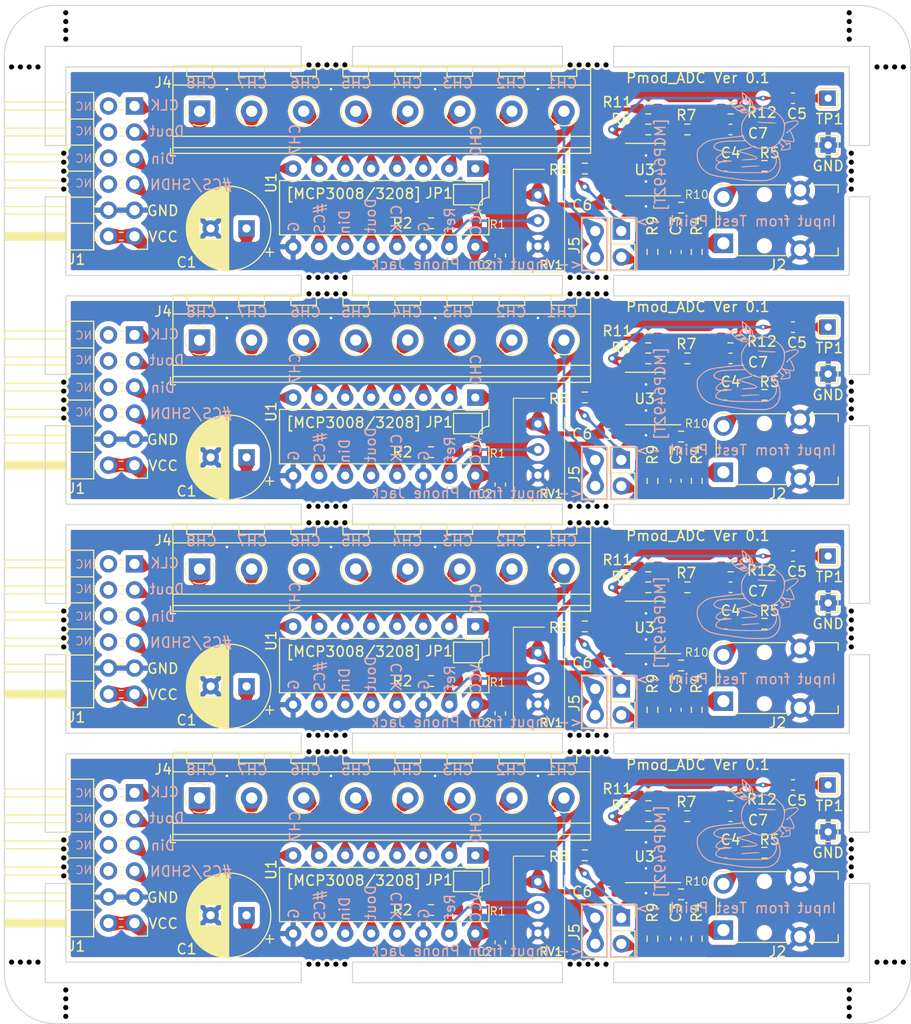
<source format=kicad_pcb>
(kicad_pcb (version 20221018) (generator pcbnew)
  (layers (0 "F.Cu" signal) (31 "B.Cu" signal) (34 "B.Paste" user) (35 "F.Paste" user) (36 "B.SilkS" user "B.Silkscreen") (37 "F.SilkS" user "F.Silkscreen") (38 "B.Mask" user) (39 "F.Mask" user) (44 "Edge.Cuts" user))
  (net 0 "")
  (net 1 "Board_0-/CH0")
  (net 2 "Board_0-GND")
  (net 3 "Board_0-Net-(C3-Pad1)")
  (net 4 "Board_0-Net-(C4-Pad1)")
  (net 5 "Board_0-Net-(C5-Pad1)")
  (net 6 "Board_0-Net-(C7-Pad2)")
  (net 7 "Board_0-Net-(J1-Pin_1)")
  (net 8 "Board_0-Net-(J1-Pin_2)")
  (net 9 "Board_0-Net-(J1-Pin_3)")
  (net 10 "Board_0-Net-(J1-Pin_4)")
  (net 11 "Board_0-Net-(J2-PadR)")
  (net 12 "Board_0-Net-(J2-PadS)")
  (net 13 "Board_0-Net-(J4-Pin_1)")
  (net 14 "Board_0-Net-(J4-Pin_2)")
  (net 15 "Board_0-Net-(J4-Pin_3)")
  (net 16 "Board_0-Net-(J4-Pin_4)")
  (net 17 "Board_0-Net-(J4-Pin_5)")
  (net 18 "Board_0-Net-(J4-Pin_6)")
  (net 19 "Board_0-Net-(J4-Pin_7)")
  (net 20 "Board_0-Net-(J5-Pin_1)")
  (net 21 "Board_0-Net-(J5-Pin_2)")
  (net 22 "Board_0-Net-(JP1-B)")
  (net 23 "Board_0-Net-(U3-VOUTA)")
  (net 24 "Board_0-Net-(U3-V_INA+)")
  (net 25 "Board_0-Net-(U3-V_INA-)")
  (net 26 "Board_0-Net-(U3-V_INB+)")
  (net 27 "Board_0-Net-(U3-V_INB-)")
  (net 28 "Board_0-VCC")
  (net 29 "Board_0-unconnected-(J1-Pin_10-Pad10)")
  (net 30 "Board_0-unconnected-(J1-Pin_7-Pad7)")
  (net 31 "Board_0-unconnected-(J1-Pin_8-Pad8)")
  (net 32 "Board_0-unconnected-(J1-Pin_9-Pad9)")
  (net 33 "Board_1-/CH0")
  (net 34 "Board_1-GND")
  (net 35 "Board_1-Net-(C3-Pad1)")
  (net 36 "Board_1-Net-(C4-Pad1)")
  (net 37 "Board_1-Net-(C5-Pad1)")
  (net 38 "Board_1-Net-(C7-Pad2)")
  (net 39 "Board_1-Net-(J1-Pin_1)")
  (net 40 "Board_1-Net-(J1-Pin_2)")
  (net 41 "Board_1-Net-(J1-Pin_3)")
  (net 42 "Board_1-Net-(J1-Pin_4)")
  (net 43 "Board_1-Net-(J2-PadR)")
  (net 44 "Board_1-Net-(J2-PadS)")
  (net 45 "Board_1-Net-(J4-Pin_1)")
  (net 46 "Board_1-Net-(J4-Pin_2)")
  (net 47 "Board_1-Net-(J4-Pin_3)")
  (net 48 "Board_1-Net-(J4-Pin_4)")
  (net 49 "Board_1-Net-(J4-Pin_5)")
  (net 50 "Board_1-Net-(J4-Pin_6)")
  (net 51 "Board_1-Net-(J4-Pin_7)")
  (net 52 "Board_1-Net-(J5-Pin_1)")
  (net 53 "Board_1-Net-(J5-Pin_2)")
  (net 54 "Board_1-Net-(JP1-B)")
  (net 55 "Board_1-Net-(U3-VOUTA)")
  (net 56 "Board_1-Net-(U3-V_INA+)")
  (net 57 "Board_1-Net-(U3-V_INA-)")
  (net 58 "Board_1-Net-(U3-V_INB+)")
  (net 59 "Board_1-Net-(U3-V_INB-)")
  (net 60 "Board_1-VCC")
  (net 61 "Board_1-unconnected-(J1-Pin_10-Pad10)")
  (net 62 "Board_1-unconnected-(J1-Pin_7-Pad7)")
  (net 63 "Board_1-unconnected-(J1-Pin_8-Pad8)")
  (net 64 "Board_1-unconnected-(J1-Pin_9-Pad9)")
  (net 65 "Board_2-/CH0")
  (net 66 "Board_2-GND")
  (net 67 "Board_2-Net-(C3-Pad1)")
  (net 68 "Board_2-Net-(C4-Pad1)")
  (net 69 "Board_2-Net-(C5-Pad1)")
  (net 70 "Board_2-Net-(C7-Pad2)")
  (net 71 "Board_2-Net-(J1-Pin_1)")
  (net 72 "Board_2-Net-(J1-Pin_2)")
  (net 73 "Board_2-Net-(J1-Pin_3)")
  (net 74 "Board_2-Net-(J1-Pin_4)")
  (net 75 "Board_2-Net-(J2-PadR)")
  (net 76 "Board_2-Net-(J2-PadS)")
  (net 77 "Board_2-Net-(J4-Pin_1)")
  (net 78 "Board_2-Net-(J4-Pin_2)")
  (net 79 "Board_2-Net-(J4-Pin_3)")
  (net 80 "Board_2-Net-(J4-Pin_4)")
  (net 81 "Board_2-Net-(J4-Pin_5)")
  (net 82 "Board_2-Net-(J4-Pin_6)")
  (net 83 "Board_2-Net-(J4-Pin_7)")
  (net 84 "Board_2-Net-(J5-Pin_1)")
  (net 85 "Board_2-Net-(J5-Pin_2)")
  (net 86 "Board_2-Net-(JP1-B)")
  (net 87 "Board_2-Net-(U3-VOUTA)")
  (net 88 "Board_2-Net-(U3-V_INA+)")
  (net 89 "Board_2-Net-(U3-V_INA-)")
  (net 90 "Board_2-Net-(U3-V_INB+)")
  (net 91 "Board_2-Net-(U3-V_INB-)")
  (net 92 "Board_2-VCC")
  (net 93 "Board_2-unconnected-(J1-Pin_10-Pad10)")
  (net 94 "Board_2-unconnected-(J1-Pin_7-Pad7)")
  (net 95 "Board_2-unconnected-(J1-Pin_8-Pad8)")
  (net 96 "Board_2-unconnected-(J1-Pin_9-Pad9)")
  (net 97 "Board_3-/CH0")
  (net 98 "Board_3-GND")
  (net 99 "Board_3-Net-(C3-Pad1)")
  (net 100 "Board_3-Net-(C4-Pad1)")
  (net 101 "Board_3-Net-(C5-Pad1)")
  (net 102 "Board_3-Net-(C7-Pad2)")
  (net 103 "Board_3-Net-(J1-Pin_1)")
  (net 104 "Board_3-Net-(J1-Pin_2)")
  (net 105 "Board_3-Net-(J1-Pin_3)")
  (net 106 "Board_3-Net-(J1-Pin_4)")
  (net 107 "Board_3-Net-(J2-PadR)")
  (net 108 "Board_3-Net-(J2-PadS)")
  (net 109 "Board_3-Net-(J4-Pin_1)")
  (net 110 "Board_3-Net-(J4-Pin_2)")
  (net 111 "Board_3-Net-(J4-Pin_3)")
  (net 112 "Board_3-Net-(J4-Pin_4)")
  (net 113 "Board_3-Net-(J4-Pin_5)")
  (net 114 "Board_3-Net-(J4-Pin_6)")
  (net 115 "Board_3-Net-(J4-Pin_7)")
  (net 116 "Board_3-Net-(J5-Pin_1)")
  (net 117 "Board_3-Net-(J5-Pin_2)")
  (net 118 "Board_3-Net-(JP1-B)")
  (net 119 "Board_3-Net-(U3-VOUTA)")
  (net 120 "Board_3-Net-(U3-V_INA+)")
  (net 121 "Board_3-Net-(U3-V_INA-)")
  (net 122 "Board_3-Net-(U3-V_INB+)")
  (net 123 "Board_3-Net-(U3-V_INB-)")
  (net 124 "Board_3-VCC")
  (net 125 "Board_3-unconnected-(J1-Pin_10-Pad10)")
  (net 126 "Board_3-unconnected-(J1-Pin_7-Pad7)")
  (net 127 "Board_3-unconnected-(J1-Pin_8-Pad8)")
  (net 128 "Board_3-unconnected-(J1-Pin_9-Pad9)")
  (footprint "NPTH" (layer "F.Cu") (at 160.367333 25.8)
    (fp_text reference "KiKit_MB_4_6" hide)
    (fp_text value "NPTH" hide)
  )
  (footprint "NPTH" (layer "F.Cu") (at 134.882667 92.76)
    (fp_text reference "KiKit_MB_21_6" hide)
    (fp_text value "NPTH" hide)
  )
  (footprint "Capacitor_SMD:C_0603_1608Metric_Pad1.08x0.95mm_HandSolder" (layer "F.Cu") (at 152.676 44.3885 -90)
    (fp_text reference "C2")
    (fp_text value "C")
  )
  (footprint "NPTH" (layer "F.Cu") (at 162.992333 68.84)
    (fp_text reference "KiKit_MB_12_7" hide)
    (fp_text value "NPTH" hide)
  )
  (footprint "NPTH" (layer "F.Cu") (at 134.882667 46.52)
    (fp_text reference "KiKit_MB_5_4" hide)
    (fp_text value "NPTH" hide)
  )
  (footprint "NPTH" (layer "F.Cu") (at 159.492333 70.44)
    (fp_text reference "KiKit_MB_16_7" hide)
    (fp_text value "NPTH" hide)
  )
  (footprint "Capacitor_THT:CP_Radial_D8.0mm_P3.50mm" (layer "F.Cu") (at 127.912651 108.708 180)
    (fp_text reference "C1")
    (fp_text value "C_Polarized" hide)
  )
  (footprint "Capacitor_SMD:C_0603_1608Metric_Pad1.08x0.95mm_HandSolder" (layer "F.Cu") (at 174.6385 80.292 180)
    (fp_text reference "C4")
    (fp_text value "1u" hide)
  )
  (footprint "NPTH" (layer "F.Cu") (at 159.492333 25.8)
    (fp_text reference "KiKit_MB_4_7" hide)
    (fp_text value "NPTH" hide)
  )
  (footprint "Connector_Audio:Jack_3.5mm_Switronic_ST-005-G_horizontal" (layer "F.Cu") (at 180.9485 107.906 180)
    (fp_text reference "J2")
    (fp_text value "AudioJack3" hide)
  )
  (footprint "NPTH" (layer "F.Cu") (at 107.558715 113.28)
    (fp_text reference "KiKit_MB_30_6" hide)
    (fp_text value "NPTH" hide)
  )
  (footprint "Resistor_SMD:R_0603_1608Metric_Pad0.98x0.95mm_HandSolder" (layer "F.Cu") (at 149.4775 41.24)
    (fp_text reference "R1")
    (fp_text value "R" hide)
  )
  (footprint "NPTH" (layer "F.Cu") (at 186.927 59.355)
    (fp_text reference "KiKit_MB_8_4" hide)
    (fp_text value "NPTH" hide)
  )
  (footprint "Capacitor_SMD:C_0603_1608Metric_Pad1.08x0.95mm_HandSolder" (layer "F.Cu") (at 174.6385 35.652 180)
    (fp_text reference "C4")
    (fp_text value "1u" hide)
  )
  (footprint "Package_SO:SOIC-8_3.9x4.9mm_P1.27mm" (layer "F.Cu") (at 166.8295 80.6495 180)
    (fp_text reference "U3")
    (fp_text value "[MCP6492T]")
  )
  (footprint "Resistor_SMD:R_0603_1608Metric_Pad0.98x0.95mm_HandSolder" (layer "F.Cu") (at 178.4485 80.292 180)
    (fp_text reference "R5")
    (fp_text value "47k" hide)
  )
  (footprint "Capacitor_THT:CP_Radial_D8.0mm_P3.50mm" (layer "F.Cu") (at 127.912651 41.748 180)
    (fp_text reference "C1")
    (fp_text value "C_Polarized" hide)
  )
  (footprint "Connector_Audio:Jack_3.5mm_Switronic_ST-005-G_horizontal" (layer "F.Cu") (at 180.9485 40.946 180)
    (fp_text reference "J2")
    (fp_text value "AudioJack3" hide)
  )
  (footprint "NPTH" (layer "F.Cu") (at 136.632667 70.44)
    (fp_text reference "KiKit_MB_15_4" hide)
    (fp_text value "NPTH" hide)
  )
  (footprint "NPTH" (layer "F.Cu") (at 137.507667 92.76)
    (fp_text reference "KiKit_MB_21_3" hide)
    (fp_text value "NPTH" hide)
  )
  (footprint "NPTH" (layer "F.Cu") (at 160.367333 92.76)
    (fp_text reference "KiKit_MB_22_6" hide)
    (fp_text value "NPTH" hide)
  )
  (footprint "Resistor_SMD:R_0603_1608Metric_Pad0.98x0.95mm_HandSolder" (layer "F.Cu") (at 149.4775 63.56)
    (fp_text reference "R1")
    (fp_text value "R" hide)
  )
  (footprint "NPTH" (layer "F.Cu") (at 192.012714 113.28)
    (fp_text reference "KiKit_MB_32_6" hide)
    (fp_text value "NPTH" hide)
  )
  (footprint "NPTH" (layer "F.Cu") (at 110.073 82.55)
    (fp_text reference "KiKit_MB_13_7" hide)
    (fp_text value "NPTH" hide)
  )
  (footprint "NPTH" (layer "F.Cu") (at 162.117333 70.44)
    (fp_text reference "KiKit_MB_16_4" hide)
    (fp_text value "NPTH" hide)
  )
  (footprint "NPTH" (layer "F.Cu") (at 110.073 103.995)
    (fp_text reference "KiKit_MB_19_6" hide)
    (fp_text value "NPTH" hide)
  )
  (footprint "NPTH" (layer "F.Cu") (at 137.507667 91.16)
    (fp_text reference "KiKit_MB_17_7" hide)
    (fp_text value "NPTH" hide)
  )
  (footprint "NPTH" (layer "F.Cu") (at 134.882667 68.84)
    (fp_text reference "KiKit_MB_11_4" hide)
    (fp_text value "NPTH" hide)
  )
  (footprint "NPTH" (layer "F.Cu") (at 159.492333 113.48)
    (fp_text reference "KiKit_MB_24_3" hide)
    (fp_text value "NPTH" hide)
  )
  (footprint "NPTH" (layer "F.Cu") (at 136.632667 25.8)
    (fp_text reference "KiKit_MB_3_4" hide)
    (fp_text value "NPTH" hide)
  )
  (footprint "NPTH" (layer "F.Cu") (at 162.117333 25.8)
    (fp_text reference "KiKit_MB_4_4" hide)
    (fp_text value "NPTH" hide)
  )
  (footprint "NPTH" (layer "F.Cu") (at 186.927 56.73)
    (fp_text reference "KiKit_MB_8_7" hide)
    (fp_text value "NPTH" hide)
  )
  (footprint "Capacitor_SMD:C_0603_1608Metric_Pad1.08x0.95mm_HandSolder" (layer "F.Cu") (at 152.676 66.7085 -90)
    (fp_text reference "C2")
    (fp_text value "C")
  )
  (footprint "NPTH" (layer "F.Cu") (at 160.367333 68.84)
    (fp_text reference "KiKit_MB_12_4" hide)
    (fp_text value "NPTH" hide)
  )
  (footprint "Package_DIP:DIP-16_W7.62mm" (layer "F.Cu") (at 150.2395 80.556 -90)
    (fp_text reference "U1")
    (fp_text value "MCP3008")
  )
  (footprint "Resistor_SMD:R_0603_1608Metric_Pad0.98x0.95mm_HandSolder" (layer "F.Cu") (at 167.5265 44.034 90)
    (fp_text reference "R9")
    (fp_text value "22" hide)
  )
  (footprint "NPTH" (layer "F.Cu") (at 162.992333 92.76)
    (fp_text reference "KiKit_MB_22_3" hide)
    (fp_text value "NPTH" hide)
  )
  (footprint "NPTH" (layer "F.Cu") (at 110.073 34.41)
    (fp_text reference "KiKit_MB_1_3" hide)
    (fp_text value "NPTH" hide)
  )
  (footprint "Capacitor_SMD:C_0603_1608Metric_Pad1.08x0.95mm_HandSolder" (layer "F.Cu") (at 152.676 111.3485 -90)
    (fp_text reference "C2")
    (fp_text value "C")
  )
  (footprint "Capacitor_SMD:C_0603_1608Metric_Pad1.08x0.95mm_HandSolder" (layer "F.Cu") (at 163.2085 39.462)
    (fp_text reference "C6")
    (fp_text value "0.1u" hide)
  )
  (footprint "Resistor_SMD:R_0603_1608Metric_Pad0.98x0.95mm_HandSolder" (layer "F.Cu") (at 170.3205 62.036 180)
    (fp_text reference "R10")
    (fp_text value "100k" hide)
  )
  (footprint "NPTH" (layer "F.Cu") (at 134.882667 25.8)
    (fp_text reference "KiKit_MB_3_6" hide)
    (fp_text value "NPTH" hide)
  )
  (footprint "TerminalBlock_RND:TerminalBlock_RND_205-00238_1x08_P5.08mm_Horizontal" (layer "F.Cu") (at 123.3305 52.638)
    (fp_text reference "J4")
    (fp_text value "Conn_01x08")
  )
  (footprint "Jumper:SolderJumper-2_P1.3mm_Open_TrianglePad1.0x1.5mm" (layer "F.Cu") (at 149.5145 83.086 180)
    (fp_text reference "JP1")
    (fp_text value "SolderJumper_2_Open" hide)
  )
  (footprint "NPTH" (layer "F.Cu") (at 110.073 36.16)
    (fp_text reference "KiKit_MB_1_5" hide)
    (fp_text value "NPTH" hide)
  )
  (footprint "TerminalBlock_RND:TerminalBlock_RND_205-00238_1x08_P5.08mm_Horizontal" (layer "F.Cu") (at 123.3305 30.318)
    (fp_text reference "J4")
    (fp_text value "Conn_01x08")
  )
  (footprint "NPTH" (layer "F.Cu") (at 161.242333 91.16)
    (fp_text reference "KiKit_MB_18_5" hide)
    (fp_text value "NPTH" hide)
  )
  (footprint "Resistor_SMD:R_0603_1608Metric_Pad0.98x0.95mm_HandSolder" (layer "F.Cu") (at 170.3205 106.676 180)
    (fp_text reference "R10")
    (fp_text value "100k" hide)
  )
  (footprint "NPTH" (layer "F.Cu") (at 186.927 82.55)
    (fp_text reference "KiKit_MB_14_3" hide)
    (fp_text value "NPTH" hide)
  )
  (footprint "NPTH" (layer "F.Cu") (at 134.007667 113.48)
    (fp_text reference "KiKit_MB_23_3" hide)
    (fp_text value "NPTH" hide)
  )
  (footprint "NPTH" (layer "F.Cu") (at 110.073 79.925)
    (fp_text reference "KiKit_MB_13_4" hide)
    (fp_text value "NPTH" hide)
  )
  (footprint "NPTH" (layer "F.Cu") (at 191.155571 26)
    (fp_text reference "KiKit_MB_31_5" hide)
    (fp_text value "NPTH" hide)
  )
  (footprint "NPTH" (layer "F.Cu") (at 110.073 35.285)
    (fp_text reference "KiKit_MB_1_4" hide)
    (fp_text value "NPTH" hide)
  )
  (footprint "NPTH" (layer "F.Cu") (at 110.073 59.355)
    (fp_text reference "KiKit_MB_7_6" hide)
    (fp_text value "NPTH" hide)
  )
  (footprint "Resistor_SMD:R_0603_1608Metric_Pad0.98x0.95mm_HandSolder" (layer "F.Cu") (at 167.122 54.416)
    (fp_text reference "R6")
    (fp_text value "100k" hide)
  )
  (footprint "Resistor_SMD:R_0603_1608Metric_Pad0.98x0.95mm_HandSolder" (layer "F.Cu") (at 145.9215 63.56)
    (fp_text reference "R2")
    (fp_text value "R" hide)
  )
  (footprint "samacsys:TSR3296W203R" (layer "F.Cu") (at 156.3505 83.126 180)
    (fp_text reference "RV1")
    (fp_text value "R_Potentiometer" hide)
  )
  (footprint "Jumper:SolderJumper-2_P1.3mm_Open_TrianglePad1.0x1.5mm" (layer "F.Cu") (at 149.5145 60.766 180)
    (fp_text reference "JP1")
    (fp_text value "SolderJumper_2_Open" hide)
  )
  (footprint "Connector_PinHeader_2.54mm:PinHeader_2x06_P2.54mm_Horizontal" (layer "F.Cu") (at 116.9805 87.15 180)
    (fp_text reference "J1")
    (fp_text value "Pmod_Header")
  )
  (footprint "NPTH" (layer "F.Cu") (at 135.757667 113.48)
    (fp_text reference "KiKit_MB_23_5" hide)
    (fp_text value "NPTH" hide)
  )
  (footprint "Package_SO:SOIC-8_3.9x4.9mm_P1.27mm" (layer "F.Cu") (at 166.8295 58.3295 180)
    (fp_text reference "U3")
    (fp_text value "[MCP6492T]")
  )
  (footprint "Resistor_SMD:R_0603_1608Metric_Pad0.98x0.95mm_HandSolder" (layer "F.Cu") (at 149.4775 108.2)
    (fp_text reference "R1")
    (fp_text value "R" hide)
  )
  (footprint "NPTH" (layer "F.Cu") (at 186.927 81.675)
    (fp_text reference "KiKit_MB_14_4" hide)
    (fp_text value "NPTH" hide)
  )
  (footprint "Capacitor_SMD:C_0603_1608Metric_Pad1.08x0.95mm_HandSolder" (layer "F.Cu") (at 174.6385 102.612 180)
    (fp_text reference "C4")
    (fp_text value "1u" hide)
  )
  (footprint "Package_DIP:DIP-16_W7.62mm" (layer "F.Cu") (at 150.2395 58.236 -90)
    (fp_text reference "U1")
    (fp_text value "MCP3008")
  )
  (footprint "Capacitor_SMD:C_0603_1608Metric_Pad1.08x0.95mm_HandSolder" (layer "F.Cu") (at 169.8125 44.034 90)
    (fp_text reference "C3")
    (fp_text value "1u" hide)
  )
  (footprint "NPTH" (layer "F.Cu") (at 159.492333 91.16)
    (fp_text reference "KiKit_MB_18_3" hide)
    (fp_text value "NPTH" hide)
  )
  (footprint "Resistor_SMD:R_0603_1608Metric_Pad0.98x0.95mm_HandSolder" (layer "F.Cu") (at 149.4775 85.88)
    (fp_text reference "R1")
    (fp_text value "R" hide)
  )
  (footprint "NPTH" (layer "F.Cu") (at 186.727 115.994285)
    (fp_text reference "KiKit_MB_28_3" hide)
    (fp_text value "NPTH" hide)
  )
  (footprint "Package_DIP:DIP-16_W7.62mm" (layer "F.Cu") (at 150.2395 102.876 -90)
    (fp_text reference "U1")
    (fp_text value "MCP3008")
  )
  (footprint "NPTH" (layer "F.Cu") (at 110.073 56.73)
    (fp_text reference "KiKit_MB_7_3" hide)
    (fp_text value "NPTH" hide)
  )
  (footprint "NPTH" (layer "F.Cu") (at 106.701572 26)
    (fp_text reference "KiKit_MB_29_5" hide)
    (fp_text value "NPTH" hide)
  )
  (footprint "Resistor_SMD:R_0603_1608Metric_Pad0.98x0.95mm_HandSolder" (layer "F.Cu") (at 170.3205 39.716 180)
    (fp_text reference "R10")
    (fp_text value "100k" hide)
  )
  (footprint "NPTH" (layer "F.Cu") (at 137.507667 70.44)
    (fp_text reference "KiKit_MB_15_3" hide)
    (fp_text value "NPTH" hide)
  )
  (footprint "NPTH" (layer "F.Cu") (at 104.987286 113.28)
    (fp_text reference "KiKit_MB_30_3" hide)
    (fp_text value "NPTH" hide)
  )
  (footprint "NPTH" (layer "F.Cu") (at 162.992333 46.52)
    (fp_text reference "KiKit_MB_6_7" hide)
    (fp_text value "NPTH" hide)
  )
  (footprint "NPTH" (layer "F.Cu") (at 159.492333 92.76)
    (fp_text reference "KiKit_MB_22_7" hide)
    (fp_text value "NPTH" hide)
  )
  (footprint "NPTH" (layer "F.Cu") (at 186.927 60.23)
    (fp_text reference "KiKit_MB_8_3" hide)
    (fp_text value "NPTH" hide)
  )
  (footprint "Resistor_SMD:R_0603_1608Metric_Pad0.98x0.95mm_HandSolder" (layer "F.Cu") (at 167.122 74.704)
    (fp_text reference "R11")
    (fp_text value "220k1%" hide)
  )
  (footprint "NPTH" (layer "F.Cu") (at 137.507667 46.52)
    (fp_text reference "KiKit_MB_5_7" hide)
    (fp_text value "NPTH" hide)
  )
  (footprint "NPTH" (layer "F.Cu") (at 189.441285 26)
    (fp_text reference "KiKit_MB_31_3" hide)
    (fp_text value "NPTH" hide)
  )
  (footprint "Capacitor_THT:CP_Radial_D8.0mm_P3.50mm" (layer "F.Cu") (at 127.912651 86.388 180)
    (fp_text reference "C1")
    (fp_text value "C_Polarized" hide)
  )
  (footprint "NPTH" (layer "F.Cu") (at 191.155571 113.28)
    (fp_text reference "KiKit_MB_32_5" hide)
    (fp_text value "NPTH" hide)
  )
  (footprint "Capacitor_SMD:C_0603_1608Metric_Pad1.08x0.95mm_HandSolder" (layer "F.Cu") (at 169.8125 110.994 90)
    (fp_text reference "C3")
    (fp_text value "1u" hide)
  )
  (footprint "NPTH" (layer "F.Cu") (at 134.007667 92.76)
    (fp_text reference "KiKit_MB_21_7" hide)
    (fp_text value "NPTH" hide)
  )
  (footprint "NPTH" (layer "F.Cu") (at 106.701572 113.28)
    (fp_text reference "KiKit_MB_30_5" hide)
    (fp_text value "NPTH" hide)
  )
  (footprint "Resistor_SMD:R_0603_1608Metric_Pad0.98x0.95mm_HandSolder" (layer "F.Cu") (at 171.8445 110.994 -90)
    (fp_text reference "R4")
    (fp_text value "47k" hide)
  )
  (footprint "Capacitor_SMD:C_0603_1608Metric_Pad1.08x0.95mm_HandSolder" (layer "F.Cu") (at 175.1465 76.736 180)
    (fp_text reference "C7")
    (fp_text value "1u" hide)
  )
  (footprint "Resistor_SMD:R_0603_1608Metric_Pad0.98x0.95mm_HandSolder" (layer "F.Cu") (at 160.9225 58.226)
    (fp_text reference "R8")
    (fp_text value "22" hide)
  )
  (footprint "TestPoint:TestPoint_THTPad_1.5x1.5mm_Drill0.7mm" (layer "F.Cu") (at 184.6715 78.26)
    (fp_text reference "GND")
    (fp_text value "TestPoint" hide)
  )
  (footprint "Resistor_SMD:R_0603_1608Metric_Pad0.98x0.95mm_HandSolder" (layer "F.Cu") (at 170.3205 84.356 180)
    (fp_text reference "R10")
    (fp_text value "100k" hide)
  )
  (footprint "TerminalBlock_RND:TerminalBlock_RND_205-00238_1x08_P5.08mm_Horizontal" (layer "F.Cu") (at 123.3305 74.958)
    (fp_text reference "J4")
    (fp_text value "Conn_01x08")
  )
  (footprint "Connector_PinHeader_2.54mm:PinHeader_2x02_P2.54mm_Vertical" (layer "F.Cu") (at 164.4835 86.637 -90)
    (fp_text reference "J5")
    (fp_text value "Conn_02x02_Counter_Clockwise" hide)
  )
  (footprint "NPTH" (layer "F.Cu") (at 159.492333 68.84)
    (fp_text reference "KiKit_MB_12_3" hide)
    (fp_text value "NPTH" hide)
  )
  (footprint "NPTH" (layer "F.Cu") (at 110.273 20.714286)
    (fp_text reference "KiKit_MB_25_3" hide)
    (fp_text value "NPTH" hide)
  )
  (footprint "Capacitor_SMD:C_0603_1608Metric_Pad1.08x0.95mm_HandSolder" (layer "F.Cu") (at 169.8125 88.674 90)
    (fp_text reference "C3")
    (fp_text value "1u" hide)
  )
  (footprint "NPTH" (layer "F.Cu") (at 186.927 79.925)
    (fp_text reference "KiKit_MB_14_6" hide)
    (fp_text value "NPTH" hide)
  )
  (footprint "samacsys:TSR3296W203R" (layer "F.Cu") (at 156.3505 105.446 180)
    (fp_text reference "RV1")
    (fp_text value "R_Potentiometer" hide)
  )
  (footprint "NPTH" (layer "F.Cu") (at 186.927 80.8)
    (fp_text reference "KiKit_MB_14_5" hide)
    (fp_text value "NPTH" hide)
  )
  (footprint "Capacitor_SMD:C_0603_1608Metric_Pad1.08x0.95mm_HandSolder" (layer "F.Cu") (at 175.1465 54.416 180)
    (fp_text reference "C7")
    (fp_text value "1u" hide)
  )
  (footprint "Connector_PinHeader_2.54mm:PinHeader_2x02_P2.54mm_Vertical" (layer "F.Cu") (at 164.4835 64.317 -90)
    (fp_text reference "J5")
    (fp_text value "Conn_02x02_Counter_Clockwise" hide)
  )
  (footprint "NPTH" (layer "F.Cu") (at 161.242333 25.8)
    (fp_text reference "KiKit_MB_4_5" hide)
    (fp_text value "NPTH" hide)
  )
  (footprint "Resistor_SMD:R_0603_1608Metric_Pad0.98x0.95mm_HandSolder" (layer "F.Cu") (at 160.9225 35.906)
    (fp_text reference "R8")
    (fp_text value "22" hide)
  )
  (footprint "NPTH" (layer "F.Cu") (at 110.273 116.851428)
    (fp_text reference "KiKit_MB_27_4" hide)
    (fp_text value "NPTH" hide)
  )
  (footprint "Resistor_SMD:R_0603_1608Metric_Pad0.98x0.95mm_HandSolder" (layer "F.Cu") (at 145.9215 41.24)
    (fp_text reference "R2")
    (fp_text value "R" hide)
  )
  (footprint "NPTH" (layer "F.Cu") (at 186.927 102.245)
    (fp_text reference "KiKit_MB_20_6" hide)
    (fp_text value "NPTH" hide)
  )
  (footprint "Resistor_SMD:R_0603_1608Metric_Pad0.98x0.95mm_HandSolder" (layer "F.Cu") (at 145.9215 85.88)
    (fp_text reference "R2")
    (fp_text value "R" hide)
  )
  (footprint "Connector_PinHeader_2.54mm:PinHeader_2x06_P2.54mm_Horizontal" (layer "F.Cu") (at 116.9805 64.83 180)
    (fp_text reference "J1")
    (fp_text value "Pmod_Header")
  )
  (footprint "NPTH" (layer "F.Cu") (at 110.273 21.571429)
    (fp_text reference "KiKit_MB_25_4" hide)
    (fp_text value "NPTH" hide)
  )
  (footprint "NPTH" (layer "F.Cu") (at 134.007667 48.12)
    (fp_text reference "KiKit_MB_9_7" hide)
    (fp_text value "NPTH" hide)
  )
  (footprint "samacsys:TSR3296W203R" (layer "F.Cu") (at 156.3505 60.806 180)
    (fp_text reference "RV1")
    (fp_text value "R_Potentiometer" hide)
  )
  (footprint "NPTH" (layer "F.Cu") (at 134.882667 48.12)
    (fp_text reference "KiKit_MB_9_6" hide)
    (fp_text value "NPTH" hide)
  )
  (footprint "NPTH" (layer "F.Cu") (at 110.273 115.994285)
    (fp_text reference "KiKit_MB_27_3" hide)
    (fp_text value "NPTH" hide)
  )
  (footprint "Resistor_SMD:R_0603_1608Metric_Pad0.98x0.95mm_HandSolder" (layer "F.Cu") (at 175.1465 52.384 180)
    (fp_text reference "R12")
    (fp_text value "220k1%" hide)
  )
  (footprint "NPTH" (layer "F.Cu") (at 136.632667 92.76)
    (fp_text reference "KiKit_MB_21_4" hide)
    (fp_text value "NPTH" hide)
  )
  (footprint "NPTH" (layer "F.Cu") (at 162.117333 92.76)
    (fp_text reference "KiKit_MB_22_4" hide)
    (fp_text value "NPTH" hide)
  )
  (footprint "NPTH" (layer "F.Cu") (at 107.558715 26)
    (fp_text reference "KiKit_MB_29_6" hide)
    (fp_text value "NPTH" hide)
  )
  (footprint "NPTH" (layer "F.Cu") (at 162.117333 46.52)
    (fp_text reference "KiKit_MB_6_6" hide)
    (fp_text value "NPTH" hide)
  )
  (footprint "Resistor_SMD:R_0603_1608Metric_Pad0.98x0.95mm_HandSolder" (layer "F.Cu") (at 167.122 97.024)
    (fp_text reference "R11")
    (fp_text value "220k1%" hide)
  )
  (footprint "Resistor_SMD:R_0603_1608Metric_Pad0.98x0.95mm_HandSolder" (layer "F.Cu") (at 160.9225 80.546)
    (fp_text reference "R8")
    (fp_text value "22" hide)
  )
  (footprint "Connector_PinHeader_2.54mm:PinHeader_2x02_P2.54mm_Vertical" (layer "F.Cu") (at 164.4835 41.997 -90)
    (fp_text reference "J5")
    (fp_text value "Conn_02x02_Counter_Clockwise" hide)
  )
  (footprint "NPTH" (layer "F.Cu") (at 186.927 79.05)
    (fp_text reference "KiKit_MB_14_7" hide)
    (fp_text value "NPTH" hide)
  )
  (footprint "TerminalBlock_RND:TerminalBlock_RND_205-00238_1x08_P5.08mm_Horizontal" (layer "F.Cu") (at 123.3305 97.278)
    (fp_text reference "J4")
    (fp_text value "Conn_01x08")
  )
  (footprint "Connector_PinHeader_2.54mm:PinHeader_2x02_P2.54mm_Vertical" (layer "F.Cu") (at 164.4835 108.957 -90)
    (fp_text reference "J5")
    (fp_text value "Conn_02x02_Counter_Clockwise" hide)
  )
  (footprint "Resistor_SMD:R_0603_1608Metric_Pad0.98x0.95mm_HandSolder" (layer "F.Cu") (at 175.1465 30.064 180)
    (fp_text reference "R12")
    (fp_text value "220k1%" hide)
  )
  (footprint "Capacitor_SMD:C_0603_1608Metric_Pad1.08x0.95mm_HandSolder" (layer "F.Cu") (at 181.2425 29.048 180)
    (fp_text reference "C5")
    (fp_text value "1u" hide)
  )
  (footprint "NPTH" (layer "F.Cu") (at 186.927 103.995)
    (fp_text reference "KiKit_MB_20_4" hide)
    (fp_text value "NPTH" hide)
  )
  (footprint "NPTH" (layer "F.Cu") (at 135.757667 25.8)
    (fp_text reference "KiKit_MB_3_5" hide)
    (fp_text value "NPTH" hide)
  )
  (footprint "NPTH" (layer "F.Cu") (at 186.927 35.285)
    (fp_text reference "KiKit_MB_2_6" hide)
    (fp_text value "NPTH" hide)
  )
  (footprint "NPTH" (layer "F.Cu") (at 136.632667 91.16)
    (fp_text reference "KiKit_MB_17_6" hide)
    (fp_text value "NPTH" hide)
  )
  (footprint "NPTH" (layer "F.Cu") (at 186.927 104.87)
    (fp_text reference "KiKit_MB_20_3" hide)
    (fp_text value "NPTH" hide)
  )
  (footprint "Capacitor_SMD:C_0603_1608Metric_Pad1.08x0.95mm_HandSolder" (layer "F.Cu") (at 174.6385 57.972 180)
    (fp_text reference "C4")
    (fp_text value "1u" hide)
  )
  (footprint "NPTH" (layer "F.Cu") (at 161.242333 68.84)
    (fp_text reference "KiKit_MB_12_5" hide)
    (fp_text value "NPTH" hide)
  )
  (footprint "NPTH" (layer "F.Cu") (at 110.073 79.05)
    (fp_text reference "KiKit_MB_13_3" hide)
    (fp_text value "NPTH" hide)
  )
  (footprint "NPTH" (layer "F.Cu") (at 186.927 34.41)
    (fp_text reference "KiKit_MB_2_7" hide)
    (fp_text value "NPTH" hide)
  )
  (footprint "NPTH" (layer "F.Cu") (at 134.007667 70.44)
    (fp_text reference "KiKit_MB_15_7" hide)
    (fp_text value "NPTH" hide)
  )
  (footprint "NPTH" (layer "F.Cu") (at 186.727 20.714286)
    (fp_text reference "KiKit_MB_26_3" hide)
    (fp_text value "NPTH" hide)
  )
  (footprint "NPTH" (layer "F.Cu") (at 110.073 81.675)
    (fp_text reference "KiKit_MB_13_6" hide)
    (fp_text value "NPTH" hide)
  )
  (footprint "NPTH" (layer "F.Cu") (at 186.927 37.91)
    (fp_text reference "KiKit_MB_2_3" hide)
    (fp_text value "NPTH" hide)
  )
  (footprint "NPTH" (layer "F.Cu") (at 162.992333 70.44)
    (fp_text reference "KiKit_MB_16_3" hide)
    (fp_text value "NPTH" hide)
  )
  (footprint "NPTH" (layer "F.Cu") (at 135.757667 92.76)
    (fp_text reference "KiKit_MB_21_5" hide)
    (fp_text value "NPTH" hide)
  )
  (footprint "NPTH" (layer "F.Cu") (at 110.073 102.245)
    (fp_text reference "KiKit_MB_19_4" hide)
    (fp_text value "NPTH" hide)
  )
  (footprint "NPTH" (layer "F.Cu") (at 160.367333 48.12)
    (fp_text reference "KiKit_MB_10_6" hide)
    (fp_text value "NPTH" hide)
  )
  (footprint "NPTH" (layer "F.Cu") (at 162.117333 48.12)
    (fp_text reference "KiKit_MB_10_4" hide)
    (fp_text value "NPTH" hide)
  )
  (footprint "Resistor_SMD:R_0603_1608Metric_Pad0.98x0.95mm_HandSolder" (layer "F.Cu") (at 178.4485 102.612 180)
    (fp_text reference "R5")
    (fp_text value "47k" hide)
  )
  (footprint "NPTH" (layer "F.Cu") (at 110.073 57.605)
    (fp_text reference "KiKit_MB_7_4" hide)
    (fp_text value "NPTH" hide)
  )
  (footprint "Resistor_SMD:R_0603_1608Metric_Pad0.98x0.95mm_HandSolder" (layer "F.Cu") (at 167.122 52.384)
    (fp_text reference "R11")
    (fp_text value "220k1%" hide)
  )
  (footprint "Capacitor_SMD:C_0603_1608Metric_Pad1.08x0.95mm_HandSolder" (layer "F.Cu") (at 163.2085 61.782)
    (fp_text reference "C6")
    (fp_text value "0.1u" hide)
  )
  (footprint "NPTH" (layer "F.Cu") (at 186.927 58.48)
    (fp_text reference "KiKit_MB_8_5" hide)
    (fp_text value "NPTH" hide)
  )
  (footprint "NPTH" (layer "F.Cu") (at 160.367333 113.48)
    (fp_text reference "KiKit_MB_24_4" hide)
    (fp_text value "NPTH" hide)
  )
  (footprint "NPTH" (layer "F.Cu") (at 110.073 58.48)
    (fp_text reference "KiKit_MB_7_5" hide)
    (fp_text value "NPTH" hide)
  )
  (footprint "Jumper:SolderJumper-2_P1.3mm_Open_TrianglePad1.0x1.5mm" (layer "F.Cu") (at 149.5145 105.406 180)
    (fp_text reference "JP1")
    (fp_text value "SolderJumper_2_Open" hide)
  )
  (footprint "Capacitor_SMD:C_0603_1608Metric_Pad1.08x0.95mm_HandSolder" (layer "F.Cu") (at 181.2425 51.368 180)
    (fp_text reference "C5")
    (fp_text value "1u" hide)
  )
  (footprint "NPTH" (layer "F.Cu") (at 105.844429 26)
    (fp_text reference "KiKit_MB_29_4" hide)
    (fp_text value "NPTH" hide)
  )
  (footprint "NPTH" (layer "F.Cu") (at 136.632667 46.52)
    (fp_text reference "KiKit_MB_5_6" hide)
    (fp_text value "NPTH" hide)
  )
  (footprint "Resistor_SMD:R_0603_1608Metric_Pad0.98x0.95mm_HandSolder" (layer "F.Cu") (at 167.5265 110.994 90)
    (fp_text reference "R9")
    (fp_text value "22" hide)
  )
  (footprint "NPTH" (layer "F.Cu") (at 192.012714 26)
    (fp_text reference "KiKit_MB_31_6" hide)
    (fp_text value "NPTH" hide)
  )
  (footprint "Capacitor_THT:CP_Radial_D8.0mm_P3.50mm" (layer "F.Cu") (at 127.912651 64.068 180)
    (fp_text reference "C1")
    (fp_text value "C_Polarized" hide)
  )
  (footprint "NPTH" (layer "F.Cu") (at 134.882667 91.16)
    (fp_text reference "KiKit_MB_17_4" hide)
    (fp_text value "NPTH" hide)
  )
  (footprint "NPTH" (layer "F.Cu") (at 186.927 37.035)
    (fp_text reference "KiKit_MB_2_4" hide)
    (fp_text value "NPTH" hide)
  )
  (footprint "Jumper:SolderJumper-2_P1.3mm_Open_TrianglePad1.0x1.5mm" (layer "F.Cu") (at 149.5145 38.446 180)
    (fp_text reference "JP1")
    (fp_text value "SolderJumper_2_Open" hide)
  )
  (footprint "Resistor_SMD:R_0603_1608Metric_Pad0.98x0.95mm_HandSolder" (layer "F.Cu") (at 167.122 32.096)
    (fp_text reference "R6")
    (fp_text value "100k" hide)
  )
  (footprint "Resistor_SMD:R_0603_1608Metric_Pad0.98x0.95mm_HandSolder" (layer "F.Cu") (at 175.1465 74.704 180)
    (fp_text reference "R12")
    (fp_text value "220k1%" hide)
  )
  (footprint "Capacitor_SMD:C_0603_1608Metric_Pad1.08x0.95mm_HandSolder" (layer "F.Cu") (at 152.676 89.0285 -90)
    (fp_text reference "C2")
    (fp_text value "C")
  )
  (footprint "NPTH" (layer "F.Cu") (at 186.927 36.16)
    (fp_text reference "KiKit_MB_2_5" hide)
    (fp_text value "NPTH" hide)
  )
  (footprint "Resistor_SMD:R_0603_1608Metric_Pad0.98x0.95mm_HandSolder" (layer "F.Cu") (at 171.8445 66.354 -90)
    (fp_text reference "R4")
    (fp_text value "47k" hide)
  )
  (footprint "NPTH" (layer "F.Cu") (at 110.273 117.708571)
    (fp_text reference "KiKit_MB_27_5" hide)
    (fp_text value "NPTH" hide)
  )
  (footprint "NPTH" (layer "F.Cu") (at 137.507667 68.84)
    (fp_text reference "KiKit_MB_11_7" hide)
    (fp_text value "NPTH" hide)
  )
  (footprint "NPTH" (layer "F.Cu") (at 134.007667 68.84)
    (fp_text reference "KiKit_MB_11_3" hide)
    (fp_text value "NPTH" hide)
  )
  (footprint "Connector_Audio:Jack_3.5mm_Switronic_ST-005-G_horizontal" (layer "F.Cu") (at 180.9485 63.266 180)
    (fp_text reference "J2")
    (fp_text value "AudioJack3" hide)
  )
  (footprint "NPTH" (layer "F.Cu") (at 162.992333 113.48)
    (fp_text reference "KiKit_MB_24_7" hide)
    (fp_text value "NPTH" hide)
  )
  (footprint "NPTH" (layer "F.Cu") (at 135.757667 91.16)
    (fp_text reference "KiKit_MB_17_5" hide)
    (fp_text value "NPTH" hide)
  )
  (footprint "NPTH" (layer "F.Cu") (at 110.073 60.23)
    (fp_text reference "KiKit_MB_7_7" hide)
    (fp_text value "NPTH" hide)
  )
  (footprint "Capacitor_SMD:C_0603_1608Metric_Pad1.08x0.95mm_HandSolder" (layer "F.Cu") (at 175.1465 32.096 180)
    (fp_text reference "C7")
    (fp_text value "1u" hide)
  )
  (footprint "NPTH" (layer "F.Cu") (at 134.007667 46.52)
    (fp_text reference "KiKit_MB_5_3" hide)
    (fp_text value "NPTH" hide)
  )
  (footprint "NPTH" (layer "F.Cu") (at 110.073 37.91)
    (fp_text reference "KiKit_MB_1_7" hide)
    (fp_text value "NPTH" hide)
  )
  (footprint "NPTH" (layer "F.Cu") (at 137.507667 113.48)
    (fp_text reference "KiKit_MB_23_7" hide)
    (fp_text value "NPTH" hide)
  )
  (footprint "NPTH" (layer "F.Cu") (at 110.273 118.565714)
    (fp_text reference "KiKit_MB_27_6" hide)
    (fp_text value "NPTH" hide)
  )
  (footprint "NPTH" (layer "F.Cu") (at 137.507667 48.12)
    (fp_text reference "KiKit_MB_9_3" hide)
    (fp_text value "NPTH" hide)
  )
  (footprint "NPTH" (layer "F.Cu") (at 136.632667 113.48)
    (fp_text reference "KiKit_MB_23_6" hide)
    (fp_text value "NPTH" hide)
  )
  (footprint "NPTH" (layer "F.Cu") (at 161.242333 46.52)
    (fp_text reference "KiKit_MB_6_5" hide)
    (fp_text value "NPTH" hide)
  )
  (footprint "NPTH" (layer "F.Cu") (at 189.441285 113.28)
    (fp_text reference "KiKit_MB_32_3" hide)
    (fp_text value "NPTH" hide)
  )
  (footprint "NPTH" (layer "F.Cu") (at 186.927 103.12)
    (fp_text reference "KiKit_MB_20_5" hide)
    (fp_text value "NPTH" hide)
  )
  (footprint "NPTH" (layer "F.Cu") (at 110.273 22.428572)
    (fp_text reference "KiKit_MB_25_5" hide)
    (fp_text value "NPTH" hide)
  )
  (footprint "NPTH" (layer "F.Cu") (at 110.273 23.285715)
    (fp_text reference "KiKit_MB_25_6" hide)
    (fp_text value "NPTH" hide)
  )
  (footprint "Capacitor_SMD:C_0603_1608Metric_Pad1.08x0.95mm_HandSolder" (layer "F.Cu") (at 163.2085 106.422)
    (fp_text reference "C6")
    (fp_text value "0.1u" hide)
  )
  (footprint "NPTH" (layer "F.Cu") (at 186.727 118.565714)
    (fp_text reference "KiKit_MB_28_6" hide)
    (fp_text value "NPTH" hide)
  )
  (footprint "TestPoint:TestPoint_THTPad_1.5x1.5mm_Drill0.7mm" (layer "F.Cu") (at 184.6715 96.008)
    (fp_text reference "TP1")
    (fp_text value "TestPoint" hide)
  )
  (footprint "Connector_PinHeader_2.54mm:PinHeader_2x06_P2.54mm_Horizontal" (layer "F.Cu") (at 116.9805 42.51 180)
    (fp_text reference "J1")
    (fp_text value "Pmod_Header")
  )
  (footprint "NPTH" (layer "F.Cu") (at 136.632667 48.12)
    (fp_text reference "KiKit_MB_9_4" hide)
    (fp_text value "NPTH" hide)
  )
  (footprint "TestPoint:TestPoint_THTPad_1.5x1.5mm_Drill0.7mm" (layer "F.Cu") (at 184.6715 29.048)
    (fp_text reference "TP1")
    (fp_text value "TestPoint" hide)
  )
  (footprint "NPTH" (layer "F.Cu") (at 135.757667 46.52)
    (fp_text reference "KiKit_MB_5_5" hide)
    (fp_text value "NPTH" hide)
  )
  (footprint "Connector_Audio:Jack_3.5mm_Switronic_ST-005-G_horizontal" (layer "F.Cu") (at 180.9485 85.586 180)
    (fp_text reference "J2")
    (fp_text value "AudioJack3" hide)
  )
  (footprint "Resistor_SMD:R_0603_1608Metric_Pad0.98x0.95mm_HandSolder" (layer "F.Cu") (at 171.8445 88.674 -90)
    (fp_text reference "R4")
    (fp_text value "47k" hide)
  )
  (footprint "NPTH" (layer "F.Cu") (at 110.073 80.8)
    (fp_text reference "KiKit_MB_13_5" hide)
    (fp_text value "NPTH" hide)
  )
  (footprint "NPTH" (layer "F.Cu") (at 186.727 116.851428)
    (fp_text reference "KiKit_MB_28_4" hide)
    (fp_text value "NPTH" hide)
  )
  (footprint "NPTH" (layer "F.Cu") (at 104.987286 26)
    (fp_text reference "KiKit_MB_29_3" hide)
    (fp_text value "NPTH" hide)
  )
  (footprint "NPTH" (layer "F.Cu") (at 134.007667 91.16)
    (fp_text reference "KiKit_MB_17_3" hide)
    (fp_text value "NPTH" hide)
  )
  (footprint "Resistor_SMD:R_0603_1608Metric_Pad0.98x0.95mm_HandSolder" (layer "F.Cu") (at 170.932 54.416 180)
    (fp_text reference "R7")
    (fp_text value "100k" hide)
  )
  (footprint "Resistor_SMD:R_0603_1608Metric_Pad0.98x0.95mm_HandSolder" (layer "F.Cu") (at 167.122 99.056)
    (fp_text reference "R6")
    (fp_text value "100k" hide)
  )
  (footprint "TestPoint:TestPoint_THTPad_1.5x1.5mm_Drill0.7mm" (layer "F.Cu") (at 184.6715 33.62)
    (fp_text reference "GND")
    (fp_text value "TestPoint" hide)
  )
  (footprint "TestPoint:TestPoint_THTPad_1.5x1.5mm_Drill0.7mm" (layer "F.Cu") (at 184.6715 51.368)
    (fp_text reference "TP1")
    (fp_text value "TestPoint" hide)
  )
  (footprint "NPTH" (layer "F.Cu") (at 105.844429 113.28)
    (fp_text reference "KiKit_MB_30_4" hide)
    (fp_text value "NPTH" hide)
  )
  (footprint "Resistor_SMD:R_0603_1608Metric_Pad0.98x0.95mm_HandSolder" (layer "F.Cu") (at 170.932 76.736 180)
    (fp_text reference "R7")
    (fp_text value "100k" hide)
  )
  (footprint "Resistor_SMD:R_0603_1608Metric_Pad0.98x0.95mm_HandSolder" (layer "F.Cu") (at 170.932 32.096 180)
    (fp_text reference "R7")
    (fp_text value "100k" hide)
  )
  (footprint "NPTH" (layer "F.Cu") (at 161.242333 70.44)
    (fp_text reference "KiKit_MB_16_5" hide)
    (fp_text value "NPTH" hide)
  )
  (footprint "NPTH" (layer "F.Cu") (at 162.992333 25.8)
    (fp_text reference "KiKit_MB_4_3" hide)
    (fp_text value "NPTH" hide)
  )
  (footprint "NPTH" (layer "F.Cu") (at 110.073 101.37)
    (fp_text reference "KiKit_MB_19_3" hide)
    (fp_text value "NPTH" hide)
  )
  (footprint "NPTH" (layer "F.Cu") (at 162.117333 91.16)
    (fp_text reference "KiKit_MB_18_6" hide)
    (fp_text value "NPTH" hide)
  )
  (footprint "NPTH" (layer "F.Cu") (at 186.727 22.428572)
    (fp_text reference "KiKit_MB_26_5" hide)
    (fp_text value "NPTH" hide)
  )
  (footprint "Resistor_SMD:R_0603_1608Metric_Pad0.98x0.95mm_HandSolder" (layer "F.Cu") (at 178.4485 57.972 180)
    (fp_text reference "R5")
    (fp_text value "47k" hide)
  )
  (footprint "TestPoint:TestPoint_THTPad_1.5x1.5mm_Drill0.7mm" (layer "F.Cu") (at 184.6715 73.688)
    (fp_text reference "TP1")
    (fp_text value "TestPoint" hide)
  )
  (footprint "Resistor_SMD:R_0603_1608Metric_Pad0.98x0.95mm_HandSolder" (layer "F.Cu") (at 175.1465 97.024 180)
    (fp_text reference "R12")
    (fp_text value "220k1%" hide)
  )
  (footprint "Resistor_SMD:R_0603_1608Metric_Pad0.98x0.95mm_HandSolder" (layer "F.Cu") (at 170.932 99.056 180)
    (fp_text reference "R7")
    (fp_text value "100k" hide)
  )
  (footprint "NPTH" (layer "F.Cu") (at 160.367333 91.16)
    (fp_text reference "KiKit_MB_18_4" hide)
    (fp_text value "NPTH" hide)
  )
  (footprint "NPTH" (layer "F.Cu") (at 186.727 23.285715)
    (fp_text reference "KiKit_MB_26_6" hide)
    (fp_text value "NPTH" hide)
  )
  (footprint "NPTH" (layer "F.Cu") (at 110.073 104.87)
    (fp_text reference "KiKit_MB_19_7" hide)
    (fp_text value "NPTH" hide)
  )
  (footprint "Resistor_SMD:R_0603_1608Metric_Pad0.98x0.95mm_HandSolder" (layer "F.Cu") (at 167.122 30.064)
    (fp_text reference "R11")
    (fp_text value "220k1%" hide)
  )
  (footprint "NPTH" (layer "F.Cu") (at 161.242333 48.12)
    (fp_text reference "KiKit_MB_10_5" hide)
    (fp_text value "NPTH" hide)
  )
  (footprint "Resistor_SMD:R_0603_1608Metric_Pad0.98x0.95mm_HandSolder" (layer "F.Cu") (at 171.8445 44.034 -90)
    (fp_text reference "R4")
    (fp_text value "47k" hide)
  )
  (footprint "NPTH" (layer "F.Cu") (at 190.298428 26)
    (fp_text reference "KiKit_MB_31_4" hide)
    (fp_text value "NPTH" hide)
  )
  (footprint "NPTH" (layer "F.Cu") (at 162.117333 113.48)
    (fp_text reference "KiKit_MB_24_6" hide)
    (fp_text value "NPTH" hide)
  )
  (footprint "Capacitor_SMD:C_0603_1608Metric_Pad1.08x0.95mm_HandSolder" (layer "F.Cu") (at 181.2425 73.688 180)
    (fp_text reference "C5")
    (fp_text value "1u" hide)
  )
  (footprint "NPTH" (layer "F.Cu") (at 190.298428 113.28)
    (fp_text reference "KiKit_MB_32_4" hide)
    (fp_text value "NPTH" hide)
  )
  (footprint "NPTH" (layer "F.Cu") (at 135.757667 48.12)
    (fp_text reference "KiKit_MB_9_5" hide)
    (fp_text value "NPTH" hide)
  )
  (footprint "NPTH" (layer "F.Cu") (at 135.757667 68.84)
    (fp_text reference "KiKit_MB_11_5" hide)
    (fp_text value "NPTH" hide)
  )
  (footprint "TestPoint:TestPoint_THTPad_1.5x1.5mm_Drill0.7mm" (layer "F.Cu") (at 184.6715 55.94)
    (fp_text reference "GND")
    (fp_text value "TestPoint" hide)
  )
  (footprint "Resistor_SMD:R_0603_1608Metric_Pad0.98x0.95mm_HandSolder" (layer "F.Cu") (at 167.5265 88.674 90)
    (fp_text reference "R9")
    (fp_text value "22" hide)
  )
  (footprint "Resistor_SMD:R_0603_1608Metric_Pad0.98x0.95mm_HandSolder" (layer "F.Cu") (at 178.4485 35.652 180)
    (fp_text reference "R5")
    (fp_text value "47k" hide)
  )
  (footprint "Capacitor_SMD:C_0603_1608Metric_Pad1.08x0.95mm_HandSolder" (layer "F.Cu") (at 181.2425 96.008 180)
    (fp_text reference "C5")
    (fp_text value "1u" hide)
  )
  (footprint "Resistor_SMD:R_0603_1608Metric_Pad0.98x0.95mm_HandSolder" (layer "F.Cu") (at 167.122 76.736)
    (fp_text reference "R6")
    (fp_text value "100k" hide)
  )
  (footprint "NPTH" (layer "F.Cu") (at 137.507667 25.8)
    (fp_text reference "KiKit_MB_3_3" hide)
    (fp_text value "NPTH" hide)
  )
  (footprint "NPTH" (layer "F.Cu") (at 186.727 117.708571)
    (fp_text reference "KiKit_MB_28_5" hide)
    (fp_text value "NPTH" hide)
  )
  (footprint "Resistor_SMD:R_0603_1608Metric_Pad0.98x0.95mm_HandSolder" (layer "F.Cu") (at 145.9215 108.2)
    (fp_text reference "R2")
    (fp_text value "R" hide)
  )
  (footprint "Connector_PinHeader_2.54mm:PinHeader_2x06_P2.54mm_Horizontal" (layer "F.Cu") (at 116.9805 109.47 180)
    (fp_text reference "J1")
    (fp_text value "Pmod_Header")
  )
  (footprint "NPTH" (layer "F.Cu") (at 160.367333 70.44)
    (fp_text reference "KiKit_MB_16_6" hide)
    (fp_text value "NPTH" hide)
  )
  (footprint "TestPoint:TestPoint_THTPad_1.5x1.5mm_Drill0.7mm" (layer "F.Cu") (at 184.6715 100.58)
    (fp_text reference "GND")
    (fp_text value "TestPoint" hide)
  )
  (footprint "NPTH" (layer "F.Cu") (at 186.727 21.571429)
    (fp_text reference "KiKit_MB_26_4" hide)
    (fp_text value "NPTH" hide)
  )
  (footprint "NPTH" (layer "F.Cu") (at 186.927 101.37)
    (fp_text reference "KiKit_MB_20_7" hide)
    (fp_text value "NPTH" hide)
  )
  (footprint "NPTH" (layer "F.Cu") (at 134.882667 113.48)
    (fp_text reference "KiKit_MB_23_4" hide)
    (fp_text value "NPTH" hide)
  )
  (footprint "NPTH" (layer "F.Cu") (at 136.632667 68.84)
    (fp_text reference "KiKit_MB_11_6" hide)
    (fp_text value "NPTH" hide)
  )
  (footprint "NPTH" (layer "F.Cu") (at 186.927 57.605)
    (fp_text reference "KiKit_MB_8_6" hide)
    (fp_text value "NPTH" hide)
  )
  (footprint "Package_SO:SOIC-8_3.9x4.9mm_P1.27mm" (layer "F.Cu") (at 166.8295 102.9695 180)
    (fp_text reference "U3")
    (fp_text value "[MCP6492T]")
  )
  (footprint "NPTH" (layer "F.Cu") (at 159.492333 46.52)
    (fp_text reference "KiKit_MB_6_3" hide)
    (fp_text value "NPTH" hide)
  )
  (footprint "NPTH" (layer "F.Cu") (at 159.492333 48.12)
    (fp_text reference "KiKit_MB_10_7" hide)
    (fp_text value "NPTH" hide)
  )
  (footprint "NPTH" (layer "F.Cu") (at 135.757667 70.44)
    (fp_text reference "KiKit_MB_15_5" hide)
    (fp_text value "NPTH" hide)
  )
  (footprint "Resistor_SMD:R_0603_1608Metric_Pad0.98x0.95mm_HandSolder" (layer "F.Cu") (at 167.5265 66.354 90)
    (fp_text reference "R9")
    (fp_text value "22" hide)
  )
  (footprint "NPTH" (layer "F.Cu") (at 160.367333 46.52)
    (fp_text reference "KiKit_MB_6_4" hide)
    (fp_text value "NPTH" hide)
  )
  (footprint "Package_DIP:DIP-16_W7.62mm" (layer "F.Cu") (at 150.2395 35.916 -90)
    (fp_text reference "U1")
    (fp_text value "MCP3008")
  )
  (footprint "NPTH" (layer "F.Cu") (at 162.992333 91.16)
    (fp_text reference "KiKit_MB_18_7" hide)
    (fp_text value "NPTH" hide)
  )
  (footprint "Resistor_SMD:R_0603_1608Metric_Pad0.98x0.95mm_HandSolder" (layer "F.Cu") (at 160.9225 102.866)
    (fp_text reference "R8")
    (fp_text value "22" hide)
  )
  (footprint "NPTH" (layer "F.Cu") (at 162.117333 68.84)
    (fp_text reference "KiKit_MB_12_6" hide)
    (fp_text value "NPTH" hide)
  )
  (footprint "Capacitor_SMD:C_0603_1608Metric_Pad1.08x0.95mm_HandSolder" (layer "F.Cu") (at 175.1465 99.056 180)
    (fp_text reference "C7")
    (fp_text value "1u" hide)
  )
  (footprint "NPTH" (layer "F.Cu") (at 110.073 103.12)
    (fp_text reference "KiKit_MB_19_5" hide)
    (fp_text value "NPTH" hide)
  )
  (footprint "NPTH" (layer "F.Cu") (at 161.242333 92.76)
    (fp_text reference "KiKit_MB_22_5" hide)
    (fp_text value "NPTH" hide)
  )
  (footprint "samacsys:TSR3296W203R" (layer "F.Cu") (at 156.3505 38.486 180)
    (fp_text reference "RV1")
    (fp_text value "R_Potentiometer" hide)
  )
  (footprint "NPTH" (layer "F.Cu") (at 134.007667 25.8)
    (fp_text reference "KiKit_MB_3_7" hide)
    (fp_text value "NPTH" hide)
  )
  (footprint "Package_SO:SOIC-8_3.9x4.9mm_P1.27mm" (layer "F.Cu") (at 166.8295 36.0095 180)
    (fp_text reference "U3")
    (fp_text value "[MCP6492T]")
  )
  (footprint "Capacitor_SMD:C_0603_1608Metric_Pad1.08x0.95mm_HandSolder" (layer "F.Cu") (at 163.2085 84.102)
    (fp_text reference "C6")
    (fp_text value "0.1u" hide)
  )
  (footprint "NPTH" (layer "F.Cu") (at 134.882667 70.44)
    (fp_text reference "KiKit_MB_15_6" hide)
    (fp_text value "NPTH" hide)
  )
  (footprint "Capacitor_SMD:C_0603_1608Metric_Pad1.08x0.95mm_HandSolder" (layer "F.Cu") (at 169.8125 66.354 90)
    (fp_text reference "C3")
    (fp_text value "1u" hide)
  )
  (footprint "NPTH" (layer "F.Cu") (at 161.242333 113.48)
    (fp_text reference "KiKit_MB_24_5" hide)
    (fp_text value "NPTH" hide)
  )
  (footprint "NPTH" (layer "F.Cu") (at 110.073 37.035)
    (fp_text reference "KiKit_MB_1_6" hide)
    (fp_text value "NPTH" hide)
  )
  (footprint "NPTH" (layer "F.Cu") (at 162.992333 48.12)
    (fp_text reference "KiKit_MB_10_3" hide)
    (fp_text value "NPTH" hide)
  )
  (footprint "MyLibrary:logo_kamo_ss" (layer "B.Cu") (at 176.9245 55.178 180)
    (fp_text reference "G***" hide)
    (fp_text value "LOGO" hide)
  )
  (footprint "MyLibrary:logo_kamo_ss" (layer "B.Cu") (at 176.9245 77.498 180)
    (fp_text reference "G***" hide)
    (fp_text value "LOGO" hide)
  )
  (footprint "MyLibrary:logo_kamo_ss" (layer "B.Cu") (at 176.9245 99.818 180)
    (fp_text reference "G***" hide)
    (fp_text value "LOGO" hide)
  )
  (footprint "MyLibrary:logo_kamo_ss" (layer "B.Cu") (at 176.9245 32.858 180)
    (fp_text reference "G***" hide)
    (fp_text value "LOGO" hide)
  )
  (gr_rect (start 163.4625 85.372) (end 166.0025 90.452) (stroke (width 0.15)) (fill none) (layer "B.SilkS"))
  (gr_rect (start 163.4625 63.052) (end 166.0025 68.132) (stroke (width 0.15)) (fill none) (layer "B.SilkS"))
  (gr_rect (start 160.6685 40.732) (end 163.0815 45.812) (stroke (width 0.15)) (fill none) (layer "B.SilkS"))
  (gr_rect (start 160.6685 107.692) (end 163.0815 112.772) (stroke (width 0.15)) (fill none) (layer "B.SilkS"))
  (gr_rect (start 163.4625 40.732) (end 166.0025 45.812) (stroke (width 0.15)) (fill none) (layer "B.SilkS"))
  (gr_rect (start 163.4625 107.692) (end 166.0025 112.772) (stroke (width 0.15)) (fill none) (layer "B.SilkS"))
  (gr_rect (start 160.6685 85.372) (end 163.0815 90.452) (stroke (width 0.15)) (fill none) (layer "B.SilkS"))
  (gr_rect (start 160.6685 63.052) (end 163.0815 68.132) (stroke (width 0.15)) (fill none) (layer "B.SilkS"))
  (gr_line (start 133.257666 115.28) (end 108.273 115.28) (stroke (width 0.1)) (layer "Edge.Cuts"))
  (gr_line (start 110.273 33.66) (end 108.273 33.66) (stroke (width 0.1)) (layer "Edge.Cuts"))
  (gr_line (start 158.742333 92.96) (end 138.257666 92.96) (stroke (width 0.1)) (layer "Edge.Cuts"))
  (gr_line (start 104.863393 116.636983) (end 105.115651 117.057851) (stroke (width 0.1)) (layer "Edge.Cuts"))
  (gr_line (start 105.115651 22.222148) (end 104.863393 22.643016) (stroke (width 0.1)) (layer "Edge.Cuts"))
  (gr_line (start 110.273 38.66) (end 110.273 46.32) (stroke (width 0.1)) (layer "Edge.Cuts"))
  (gr_line (start 105.407947 117.451966) (end 105.737466 117.815533) (stroke (width 0.1)) (layer "Edge.Cuts"))
  (gr_line (start 108.273 115.28) (end 108.273 105.62) (stroke (width 0.1)) (layer "Edge.Cuts"))
  (gr_line (start 158.742333 24) (end 158.742333 26) (stroke (width 0.1)) (layer "Edge.Cuts"))
  (gr_line (start 138.257666 113.28) (end 158.742333 113.28) (stroke (width 0.1)) (layer "Edge.Cuts"))
  (gr_line (start 108.273 33.66) (end 108.273 24) (stroke (width 0.1)) (layer "Edge.Cuts"))
  (gr_line (start 104.369073 24.024548) (end 104.297076 24.509914) (stroke (width 0.1)) (layer "Edge.Cuts"))
  (gr_line (start 163.742333 70.64) (end 163.742333 69.64) (stroke (width 0.1)) (layer "Edge.Cuts"))
  (gr_line (start 188.727 105.62) (end 188.727 115.28) (stroke (width 0.1)) (layer "Edge.Cuts"))
  (gr_line (start 192.702923 114.770085) (end 192.727 114.28) (stroke (width 0.1)) (layer "Edge.Cuts"))
  (gr_line (start 188.727 55.98) (end 186.727 55.98) (stroke (width 0.1)) (layer "Edge.Cuts"))
  (gr_line (start 138.257666 90.96) (end 158.742333 90.96) (stroke (width 0.1)) (layer "Edge.Cuts"))
  (gr_line (start 138.257666 70.64) (end 138.257666 70.64) (stroke (width 0.1)) (layer "Edge.Cuts"))
  (gr_line (start 138.257666 46.32) (end 158.742333 46.32) (stroke (width 0.1)) (layer "Edge.Cuts"))
  (gr_line (start 188.727 24) (end 188.727 33.66) (stroke (width 0.1)) (layer "Edge.Cuts"))
  (gr_line (start 163.742333 91.96) (end 163.742333 90.96) (stroke (width 0.1)) (layer "Edge.Cuts"))
  (gr_line (start 138.257666 26) (end 138.257666 24) (stroke (width 0.1)) (layer "Edge.Cuts"))
  (gr_line (start 108.297548 20.096073) (end 107.821576 20.215298) (stroke (width 0.1)) (layer "Edge.Cuts"))
  (gr_line (start 163.742333 90.96) (end 163.742333 90.96) (stroke (width 0.1)) (layer "Edge.Cuts"))
  (gr_line (start 192.136606 116.636983) (end 192.346397 116.193417) (stroke (width 0.1)) (layer "Edge.Cuts"))
  (gr_line (start 104.369073 115.255451) (end 104.488298 115.731423) (stroke (width 0.1)) (layer "Edge.Cuts"))
  (gr_line (start 158.742333 91.96) (end 158.742333 92.96) (stroke (width 0.1)) (layer "Edge.Cuts"))
  (gr_line (start 163.742333 90.96) (end 186.727 90.96) (stroke (width 0.1)) (layer "Edge.Cuts"))
  (gr_line (start 133.257666 70.64) (end 110.273 70.64) (stroke (width 0.1)) (layer "Edge.Cuts"))
  (gr_line (start 189.178423 20.215298) (end 188.702451 20.096073) (stroke (width 0.1)) (layer "Edge.Cuts"))
  (gr_line (start 104.273 25) (end 104.273 114.28) (stroke (width 0.1)) (layer "Edge.Cuts"))
  (gr_line (start 133.257666 24) (end 133.257666 26) (stroke (width 0.1)) (layer "Edge.Cuts"))
  (gr_line (start 186.727 78.3) (end 186.727 70.64) (stroke (width 0.1)) (layer "Edge.Cuts"))
  (gr_line (start 107.359582 118.899397) (end 107.821576 119.064701) (stroke (width 0.1)) (layer "Edge.Cuts"))
  (gr_line (start 108.297548 119.183926) (end 108.782914 119.255923) (stroke (width 0.1)) (layer "Edge.Cuts"))
  (gr_line (start 186.727 90.96) (end 186.727 83.3) (stroke (width 0.1)) (layer "Edge.Cuts"))
  (gr_line (start 106.101033 21.134947) (end 105.737466 21.464466) (stroke (width 0.1)) (layer "Edge.Cuts"))
  (gr_line (start 191.262533 21.464466) (end 190.898966 21.134947) (stroke (width 0.1)) (layer "Edge.Cuts"))
  (gr_line (start 192.511701 23.548576) (end 192.346397 23.086582) (stroke (width 0.1)) (layer "Edge.Cuts"))
  (gr_line (start 104.297076 114.770085) (end 104.369073 115.255451) (stroke (width 0.1)) (layer "Edge.Cuts"))
  (gr_line (start 107.821576 119.064701) (end 108.297548 119.183926) (stroke (width 0.1)) (layer "Edge.Cuts"))
  (gr_line (start 158.742333 46.32) (end 158.742333 47.32) (stroke (width 0.1)) (layer "Edge.Cuts"))
  (gr_line (start 188.727 24) (end 188.727 24) (stroke (width 0.1)) (layer "Edge.Cuts"))
  (gr_line (start 133.257666 92.96) (end 133.257666 92.96) (stroke (width 0.1)) (layer "Edge.Cuts"))
  (gr_line (start 108.273 83.3) (end 110.273 83.3) (stroke (width 0.1)) (layer "Edge.Cuts"))
  (gr_line (start 107.821576 20.215298) (end 107.359582 20.380602) (stroke (width 0.1)) (layer "Edge.Cuts"))
  (gr_line (start 133.257666 47.32) (end 133.257666 48.32) (stroke (width 0.1)) (layer "Edge.Cuts"))
  (gr_line (start 158.742333 113.28) (end 158.742333 115.28) (stroke (width 0.1)) (layer "Edge.Cuts"))
  (gr_line (start 163.742333 68.64) (end 163.742333 68.64) (stroke (width 0.1)) (layer "Edge.Cuts"))
  (gr_line (start 109.273 119.28) (end 187.727 119.28) (stroke (width 0.1)) (layer "Edge.Cuts"))
  (gr_line (start 192.727 25) (end 192.702923 24.509914) (stroke (width 0.1)) (layer "Edge.Cuts"))
  (gr_line (start 191.592052 117.451966) (end 191.884348 117.057851) (stroke (width 0.1)) (layer "Edge.Cuts"))
  (gr_line (start 158.742333 48.32) (end 158.742333 48.32) (stroke (width 0.1)) (layer "Edge.Cuts"))
  (gr_line (start 110.273 68.64) (end 133.257666 68.64) (stroke (width 0.1)) (layer "Edge.Cuts"))
  (gr_line (start 163.742333 48.32) (end 163.742333 47.32) (stroke (width 0.1)) (layer "Edge.Cuts"))
  (gr_line (start 138.257666 68.64) (end 158.742333 68.64) (stroke (width 0.1)) (layer "Edge.Cuts"))
  (gr_line (start 163.742333 46.32) (end 163.742333 46.32) (stroke (width 0.1)) (layer "Edge.Cuts"))
  (gr_line (start 108.273 100.62) (end 108.273 83.3) (stroke (width 0.1)) (layer "Edge.Cuts"))
  (gr_line (start 108.273 115.28) (end 108.273 115.28) (stroke (width 0.1)) (layer "Edge.Cuts"))
  (gr_line (start 110.273 105.62) (end 110.273 113.28) (stroke (width 0.1)) (layer "Edge.Cuts"))
  (gr_line (start 133.257666 48.32) (end 110.273 48.32) (stroke (width 0.1)) (layer "Edge.Cuts"))
  (gr_line (start 108.782914 20.024076) (end 108.297548 20.096073) (stroke (width 0.1)) (layer "Edge.Cuts"))
  (gr_line (start 192.630926 115.255451) (end 192.702923 114.770085) (stroke (width 0.1)) (layer "Edge.Cuts"))
  (gr_line (start 110.273 83.3) (end 110.273 90.96) (stroke (width 0.1)) (layer "Edge.Cuts"))
  (gr_line (start 158.742333 48.32) (end 138.257666 48.32) (stroke (width 0.1)) (layer "Edge.Cuts"))
  (gr_line (start 158.742333 26) (end 138.257666 26) (stroke (width 0.1)) (layer "Edge.Cuts"))
  (gr_line (start 104.488298 23.548576) (end 104.369073 24.024548) (stroke (width 0.1)) (layer "Edge.Cuts"))
  (gr_line (start 163.742333 26) (end 163.742333 24) (stroke (width 0.1)) (layer "Edge.Cuts"))
  (gr_line (start 110.273 100.62) (end 108.273 100.62) (stroke (width 0.1)) (layer "Edge.Cuts"))
  (gr_line (start 163.742333 46.32) (end 186.727 46.32) (stroke (width 0.1)) (layer "Edge.Cuts"))
  (gr_line (start 192.702923 24.509914) (end 192.630926 24.024548) (stroke (width 0.1)) (layer "Edge.Cuts"))
  (gr_line (start 163.742333 68.64) (end 186.727 68.64) (stroke (width 0.1)) (layer "Edge.Cuts"))
  (gr_line (start 192.346397 23.086582) (end 192.136606 22.643016) (stroke (width 0.1)) (layer "Edge.Cuts"))
  (gr_line (start 163.742333 69.64) (end 163.742333 68.64) (stroke (width 0.1)) (layer "Edge.Cuts"))
  (gr_line (start 163.742333 115.28) (end 163.742333 113.28) (stroke (width 0.1)) (layer "Edge.Cuts"))
  (gr_line (start 105.407947 21.828033) (end 105.115651 22.222148) (stroke (width 0.1)) (layer "Edge.Cuts"))
  (gr_line (start 188.702451 119.183926) (end 189.178423 119.064701) (stroke (width 0.1)) (layer "Edge.Cuts"))
  (gr_line (start 186.727 83.3) (end 188.727 83.3) (stroke (width 0.1)) (layer "Edge.Cuts"))
  (gr_line (start 192.630926 24.024548) (end 192.511701 23.548576) (stroke (width 0.1)) (layer "Edge.Cuts"))
  (gr_line (start 104.653602 23.086582) (end 104.488298 23.548576) (stroke (width 0.1)) (layer "Edge.Cuts"))
  (gr_line (start 158.742333 115.28) (end 138.257666 115.28) (stroke (width 0.1)) (layer "Edge.Cuts"))
  (gr_line (start 110.273 92.96) (end 110.273 100.62) (stroke (width 0.1)) (layer "Edge.Cuts"))
  (gr_line (start 108.782914 119.255923) (end 109.273 119.28) (stroke (width 0.1)) (layer "Edge.Cuts"))
  (gr_line (start 110.273 70.64) (end 110.273 78.3) (stroke (width 0.1)) (layer "Edge.Cuts"))
  (gr_line (start 138.257666 91.96) (end 138.257666 90.96) (stroke (width 0.1)) (layer "Edge.Cuts"))
  (gr_line (start 104.488298 115.731423) (end 104.653602 116.193417) (stroke (width 0.1)) (layer "Edge.Cuts"))
  (gr_line (start 133.257666 68.64) (end 133.257666 69.64) (stroke (width 0.1)) (layer "Edge.Cuts"))
  (gr_line (start 104.653602 116.193417) (end 104.863393 116.636983) (stroke (width 0.1)) (layer "Edge.Cuts"))
  (gr_line (start 106.495148 118.437348) (end 106.916016 118.689606) (stroke (width 0.1)) (layer "Edge.Cuts"))
  (gr_line (start 110.273 26) (end 110.273 33.66) (stroke (width 0.1)) (layer "Edge.Cuts"))
  (gr_line (start 158.742333 70.64) (end 138.257666 70.64) (stroke (width 0.1)) (layer "Edge.Cuts"))
  (gr_line (start 188.727 83.3) (end 188.727 100.62) (stroke (width 0.1)) (layer "Edge.Cuts"))
  (gr_line (start 106.916016 118.689606) (end 107.359582 118.899397) (stroke (width 0.1)) (layer "Edge.Cuts"))
  (gr_line (start 188.217085 20.024076) (end 187.727 20) (stroke (width 0.1)) (layer "Edge.Cuts"))
  (gr_line (start 133.257666 70.64) (end 133.257666 70.64) (stroke (width 0.1)) (layer "Edge.Cuts"))
  (gr_line (start 190.083983 118.689606) (end 190.504851 118.437348) (stroke (width 0.1)) (layer "Edge.Cuts"))
  (gr_line (start 190.504851 118.437348) (end 190.898966 118.145052) (stroke (width 0.1)) (layer "Edge.Cuts"))
  (gr_line (start 138.257666 113.28) (end 138.257666 113.28) (stroke (width 0.1)) (layer "Edge.Cuts"))
  (gr_line (start 186.727 55.98) (end 186.727 48.32) (stroke (width 0.1)) (layer "Edge.Cuts"))
  (gr_line (start 133.257666 26) (end 133.257666 26) (stroke (width 0.1)) (layer "Edge.Cuts"))
  (gr_line (start 186.727 92.96) (end 163.742333 92.96) (stroke (width 0.1)) (layer "Edge.Cuts"))
  (gr_line (start 186.727 105.62) (end 188.727 105.62) (stroke (width 0.1)) (layer "Edge.Cuts"))
  (gr_line (start 108.273 24) (end 133.257666 24) (stroke (width 0.1)) (layer "Edge.Cuts"))
  (gr_line (start 188.727 60.98) (end 188.727 78.3) (stroke (width 0.1)) (layer "Edge.Cuts"))
  (gr_line (start 188.727 78.3) (end 186.727 78.3) (stroke (width 0.1)) (layer "Edge.Cuts"))
  (gr_line (start 163.742333 113.28) (end 186.727 113.28) (stroke (width 0.1)) (layer "Edge.Cuts"))
  (gr_line (start 133.257666 46.32) (end 133.257666 47.32) (stroke (width 0.1)) (layer "Edge.Cuts"))
  (gr_line (start 186.727 26) (end 163.742333 26) (stroke (width 0.1)) (layer "Edge.Cuts"))
  (gr_line (start 110.273 48.32) (end 110.273 55.98) (stroke (width 0.1)) (layer "Edge.Cuts"))
  (gr_line (start 188.727 38.66) (end 188.727 55.98) (stroke (width 0.1)) (layer "Edge.Cuts"))
  (gr_line (start 186.727 100.62) (end 186.727 92.96) (stroke (width 0.1)) (layer "Edge.Cuts"))
  (gr_line (start 191.884348 117.057851) (end 192.136606 116.636983) (stroke (width 0.1)) (layer "Edge.Cuts"))
  (gr_line (start 138.257666 24) (end 158.742333 24) (stroke (width 0.1)) (layer "Edge.Cuts"))
  (gr_line (start 190.504851 20.842651) (end 190.083983 20.590393) (stroke (width 0.1)) (layer "Edge.Cuts"))
  (gr_line (start 192.511701 115.731423) (end 192.630926 115.255451) (stroke (width 0.1)) (layer "Edge.Cuts"))
  (gr_line (start 158.742333 26) (end 158.742333 26) (stroke (width 0.1)) (layer "Edge.Cuts"))
  (gr_line (start 106.916016 20.590393) (end 106.495148 20.842651) (stroke (width 0.1)) (layer "Edge.Cuts"))
  (gr_line (start 133.257666 92.96) (end 110.273 92.96) (stroke (width 0.1)) (layer "Edge.Cuts"))
  (gr_line (start 158.742333 68.64) (end 158.742333 69.64) (stroke (width 0.1)) (layer "Edge.Cuts"))
  (gr_line (start 133.257666 69.64) (end 133.257666 70.64) (stroke (width 0.1)) (layer "Edge.Cuts"))
  (gr_line (start 110.273 55.98) (end 108.273 55.98) (stroke (width 0.1)) (layer "Edge.Cuts"))
  (gr_line (start 187.727 119.28) (end 188.217085 119.255923) (stroke (width 0.1)) (layer "Edge.Cuts"))
  (gr_line (start 188.727 100.62) (end 186.727 100.62) (stroke (width 0.1)) (layer "Edge.Cuts"))
  (gr_line (start 163.742333 47.32) (end 163.742333 46.32) (stroke (width 0.1)) (layer "Edge.Cuts"))
  (gr_line (start 163.742333 92.96) (end 163.742333 91.96) (stroke (width 0.1)) (layer "Edge.Cuts"))
  (gr_line (start 189.178423 119.064701) (end 189.640417 118.899397) (stroke (width 0.1)) (layer "Edge.Cuts"))
  (gr_line (start 190.083983 20.590393) (end 189.640417 20.380602) (stroke (width 0.1)) (layer "Edge.Cuts"))
  (gr_line (start 110.273 60.98) (end 110.273 68.64) (stroke (width 0.1)) (layer "Edge.Cuts"))
  (gr_line (start 191.262533 117.815533) (end 191.592052 117.451966) (stroke (width 0.1)) (layer "Edge.Cuts"))
  (gr_line (start 109.273 20) (end 108.782914 20.024076) (stroke (width 0.1)) (layer "Edge.Cuts"))
  (gr_line (start 186.727 33.66) (end 186.727 26) (stroke (width 0.1)) (layer "Edge.Cuts"))
  (gr_line (start 186.727 46.32) (end 186.727 38.66) (stroke (width 0.1)) (layer "Edge.Cuts"))
  (gr_line (start 108.273 55.98) (end 108.273 38.66) (stroke (width 0.1)) (layer "Edge.Cuts"))
  (gr_line (start 187.727 20) (end 109.273 20) (stroke (width 0.1)) (layer "Edge.Cuts"))
  (gr_line (start 192.630926 24.024548) (end 192.630926 24.024548) (stroke (width 0.1)) (layer "Edge.Cuts"))
  (gr_line (start 108.273 38.66) (end 110.273 38.66) (stroke (width 0.1)) (layer "Edge.Cuts"))
  (gr_line (start 190.898966 21.134947) (end 190.504851 20.842651) (stroke (width 0.1)) (layer "Edge.Cuts"))
  (gr_line (start 107.359582 20.380602) (end 106.916016 20.590393) (stroke (width 0.1)) (layer "Edge.Cuts"))
  (gr_line (start 108.273 78.3) (end 108.273 60.98) (stroke (width 0.1)) (layer "Edge.Cuts"))
  (gr_line (start 189.640417 118.899397) (end 190.083983 118.689606) (stroke (width 0.1)) (layer "Edge.Cuts"))
  (gr_line (start 133.257666 91.96) (end 133.257666 92.96) (stroke (width 0.1)) (layer "Edge.Cuts"))
  (gr_line (start 158.742333 69.64) (end 158.742333 70.64) (stroke (width 0.1)) (layer "Edge.Cuts"))
  (gr_line (start 138.257666 115.28) (end 138.257666 113.28) (stroke (width 0.1)) (layer "Edge.Cuts"))
  (gr_line (start 104.297076 24.509914) (end 104.273 25) (stroke (width 0.1)) (layer "Edge.Cuts"))
  (gr_line (start 133.257666 113.28) (end 133.257666 115.28) (stroke (width 0.1)) (layer "Edge.Cuts"))
  (gr_line (start 186.727 48.32) (end 163.742333 48.32) (stroke (width 0.1)) (layer "Edge.Cuts"))
  (gr_line (start 192.346397 116.193417) (end 192.511701 115.731423) (stroke (width 0.1)) (layer "Edge.Cuts"))
  (gr_line (start 186.727 60.98) (end 188.727 60.98) (stroke (width 0.1)) (layer "Edge.Cuts"))
  (gr_line (start 110.273 90.96) (end 133.257666 90.96) (stroke (width 0.1)) (layer "Edge.Cuts"))
  (gr_line (start 186.727 68.64) (end 186.727 60.98) (stroke (width 0.1)) (layer "Edge.Cuts"))
  (gr_line (start 138.257666 92.96) (end 138.257666 92.96) (stroke (width 0.1)) (layer "Edge.Cuts"))
  (gr_line (start 186.727 113.28) (end 186.727 105.62) (stroke (width 0.1)) (layer "Edge.Cuts"))
  (gr_line (start 163.742333 24) (end 188.727 24) (stroke (width 0.1)) (layer "Edge.Cuts"))
  (gr_line (start 138.257666 48.32) (end 138.257666 47.32) (stroke (width 0.1)) (layer "Edge.Cuts"))
  (gr_line (start 192.136606 22.643016) (end 191.884348 22.222148) (stroke (width 0.1)) (layer "Edge.Cuts"))
  (gr_line (start 191.592052 21.828033) (end 191.262533 21.464466) (stroke (width 0.1)) (layer "Edge.Cuts"))
  (gr_line (start 192.727 114.28) (end 192.727 25) (stroke (width 0.1)) (layer "Edge.Cuts"))
  (gr_line (start 138.257666 92.96) (end 138.257666 91.96) (stroke (width 0.1)) (layer "Edge.Cuts"))
  (gr_line (start 188.727 115.28) (end 163.742333 115.28) (stroke (width 0.1)) (layer "Edge.Cuts"))
  (gr_line (start 138.257666 69.64) (end 138.257666 68.64) (stroke (width 0.1)) (layer "Edge.Cuts"))
  (gr_line (start 133.257666 90.96) (end 133.257666 91.96) (stroke (width 0.1)) (layer "Edge.Cuts"))
  (gr_line (start 138.257666 47.32) (end 138.257666 46.32) (stroke (width 0.1)) (layer "Edge.Cuts"))
  (gr_line (start 158.742333 90.96) (end 158.742333 91.96) (stroke (width 0.1)) (layer "Edge.Cuts"))
  (gr_line (start 188.727 33.66) (end 186.727 33.66) (stroke (width 0.1)) (layer "Edge.Cuts"))
  (gr_line (start 108.273 105.62) (end 110.273 105.62) (stroke (width 0.1)) (layer "Edge.Cuts"))
  (gr_line (start 104.863393 22.643016) (end 104.653602 23.086582) (stroke (width 0.1)) (layer "Edge.Cuts"))
  (gr_line (start 186.727 70.64) (end 163.742333 70.64) (stroke (width 0.1)) (layer "Edge.Cuts"))
  (gr_line (start 105.115651 117.057851) (end 105.407947 117.451966) (stroke (width 0.1)) (layer "Edge.Cuts"))
  (gr_line (start 108.273 60.98) (end 110.273 60.98) (stroke (width 0.1)) (layer "Edge.Cuts"))
  (gr_line (start 191.884348 22.222148) (end 191.592052 21.828033) (stroke (width 0.1)) (layer "Edge.Cuts"))
  (gr_line (start 110.273 113.28) (end 133.257666 113.28) (stroke (width 0.1)) (layer "Edge.Cuts"))
  (gr_line (start 188.217085 119.255923) (end 188.702451 119.183926) (stroke (width 0.1)) (layer "Edge.Cuts"))
  (gr_line (start 105.737466 117.815533) (end 106.101033 118.145052) (stroke (width 0.1)) (layer "Edge.Cuts"))
  (gr_line (start 190.898966 118.145052) (end 191.262533 117.815533) (stroke (width 0.1)) (layer "Edge.Cuts"))
  (gr_line (start 106.495148 20.842651) (end 106.101033 21.134947) (stroke (width 0.1)) (layer "Edge.Cuts"))
  (gr_line (start 105.737466 21.464466) (end 105.407947 21.828033) (stroke (width 0.1)) (layer "Edge.Cuts"))
  (gr_line (start 106.101033 118.145052) (end 106.495148 118.437348) (stroke (width 0.1)) (layer "Edge.Cuts"))
  (gr_line (start 188.702451 20.096073) (end 188.217085 20.024076) (stroke (width 0.1)) (layer "Edge.Cuts"))
  (gr_line (start 158.742333 47.32) (end 158.742333 48.32) (stroke (width 0.1)) (layer "Edge.Cuts"))
  (gr_line (start 188.727 115.28) (end 188.727 115.28) (stroke (width 0.1)) (layer "Edge.Cuts"))
  (gr_line (start 189.640417 20.380602) (end 189.178423 20.215298) (stroke (width 0.1)) (layer "Edge.Cuts"))
  (gr_line (start 138.257666 70.64) (end 138.257666 69.64) (stroke (width 0.1)) (layer "Edge.Cuts"))
  (gr_line (start 104.273 114.28) (end 104.297076 114.770085) (stroke (width 0.1)) (layer "Edge.Cuts"))
  (gr_line (start 110.273 46.32) (end 133.257666 46.32) (stroke (width 0.1)) (layer "Edge.Cuts"))
  (gr_line (start 186.727 38.66) (end 188.727 38.66) (stroke (width 0.1)) (layer "Edge.Cuts"))
  (gr_line (start 133.257666 26) (end 110.273 26) (stroke (width 0.1)) (layer "Edge.Cuts"))
  (gr_line (start 110.273 78.3) (end 108.273 78.3) (stroke (width 0.1)) (layer "Edge.Cuts"))
  (gr_line (start 133.257666 48.32) (end 133.257666 48.32) (stroke (width 0.1)) (layer "Edge.Cuts"))
  (gr_text "CH0" (at 150.8895 76.228 90) (layer "B.SilkS") (effects (font (size 1 1)) (justify left bottom mirror)))
  (gr_text "CH4" (at 145.1745 95.119) (layer "B.SilkS") (effects (font (size 1 1)) (justify left bottom mirror)))
  (gr_text "#CS/SHDN" (at 126.6325 105.025) (layer "B.SilkS") (effects (font (size 1 1)) (justify left bottom mirror)))
  (gr_text "CH3" (at 150.1275 50.479) (layer "B.SilkS") (effects (font (size 1 1)) (justify left bottom mirror)))
  (gr_text "CH7" (at 130.0615 50.479) (layer "B.SilkS") (effects (font (size 1 1)) (justify left bottom mirror)))
  (gr_text "Input from Test Point ->" (at 185.5605 41.621) (layer "B.SilkS") (effects (font (size 1 1)) (justify left bottom mirror)))
  (gr_text "CH3" (at 150.1275 72.799) (layer "B.SilkS") (effects (font (size 1 1)) (justify left bottom mirror)))
  (gr_text "NC" (at 112.9165 55.051) (layer "B.SilkS") (effects (font (size 0.8 0.8) (thickness 0.1)) (justify left bottom mirror)))
  (gr_text "NC" (at 112.9165 37.811) (layer "B.SilkS") (effects (font (size 0.8 0.8) (thickness 0.1)) (justify left bottom mirror)))
  (gr_text "CH0" (at 150.8895 53.908 90) (layer "B.SilkS") (effects (font (size 1 1)) (justify left bottom mirror)))
  (gr_text "Dout" (at 140.6025 61.02 90) (layer "B.SilkS") (effects (font (size 1 1)) (justify left bottom mirror)))
  (gr_text "CLK" (at 121.4255 30.318) (layer "B.SilkS") (effects (font (size 1 1)) (justify left bottom mirror)))
  (gr_text "CH3" (at 150.1275 28.159) (layer "B.SilkS") (effects (font (size 1 1)) (justify left bottom mirror)))
  (gr_text "CLK" (at 143.1425 39.335 90) (layer "B.SilkS") (effects (font (size 1 1)) (justify left bottom mirror)))
  (gr_text "#CS/SHDN" (at 126.6325 38.065) (layer "B.SilkS") (effects (font (size 1 1)) (justify left bottom mirror)))
  (gr_text "CH2" (at 155.3345 50.479) (layer "B.SilkS") (effects (font (size 1 1)) (justify left bottom mirror)))
  (gr_text "CH2" (at 155.3345 28.159) (layer "B.SilkS") (effects (font (size 1 1)) (justify left bottom mirror)))
  (gr_text "G" (at 145.8095 85.626 90) (layer "B.SilkS") (effects (font (size 1 1)) (justify left bottom mirror)))
  (gr_text "G" (at 145.8095 40.986 90) (layer "B.SilkS") (effects (font (size 1 1)) (justify left bottom mirror)))
  (gr_text "CH2" (at 155.3345 95.119) (layer "B.SilkS") (effects (font (size 1 1)) (justify left bottom mirror)))
  (gr_text "CLK" (at 143.1425 106.295 90) (layer "B.SilkS") (effects (font (size 1 1)) (justify left bottom mirror)))
  (gr_text "CH1" (at 160.2875 50.479) (layer "B.SilkS") (effects (font (size 1 1)) (justify left bottom mirror)))
  (gr_text "G" (at 133.1095 107.946 90) (layer "B.SilkS") (effects (font (size 1 1)) (justify left bottom mirror)))
  (gr_text "#CS" (at 135.6495 61.528 90) (layer "B.SilkS") (effects (font (size 1 1)) (justify left bottom mirror)))
  (gr_text "Din" (at 121.0445 80.165) (layer "B.SilkS") (effects (font (size 1 1)) (justify left bottom mirror)))
  (gr_text "CH0" (at 150.8895 98.548 90) (layer "B.SilkS") (effects (font (size 1 1)) (justify left bottom mirror)))
  (gr_text "Dout" (at 121.9335 77.498) (layer "B.SilkS") (effects (font (size 1 1)) (justify left bottom mirror)))
  (gr_text "CH7" (at 130.0615 72.799) (layer "B.SilkS") (effects (font (size 1 1)) (justify left bottom mirror)))
  (gr_text "NC" (at 112.9165 52.638) (layer "B.SilkS") (effects (font (size 0.8 0.8) (thickness 0.1)) (justify left bottom mirror)))
  (gr_text "<- Input from Phone Jack" (at 160.7955 68.132) (layer "B.SilkS") (effects (font (size 1 1)) (justify left bottom mirror)))
  (gr_text "Ref" (at 148.3495 84.229 90) (layer "B.SilkS") (effects (font (size 1 1)) (justify left bottom mirror)))
  (gr_text "#CS/SHDN" (at 126.6325 82.705) (layer "B.SilkS") (effects (font (size 1 1)) (justify left bottom mirror)))
  (gr_text "Dout" (at 121.9335 99.818) (layer "B.SilkS") (effects (font (size 1 1)) (justify left bottom mirror)))
  (gr_text "#CS" (at 135.6495 83.848 90) (layer "B.SilkS") (effects (font (size 1 1)) (justify left bottom mirror)))
  (gr_text "G" (at 133.1095 63.306 90) (layer "B.SilkS") (effects (font (size 1 1)) (justify left bottom mirror)))
  (gr_text "NC" (at 112.9165 99.691) (layer "B.SilkS") (effects (font (size 0.8 0.8) (thickness 0.1)) (justify left bottom mirror)))
  (gr_text "Input from Test Point ->" (at 185.5605 63.941) (layer "B.SilkS") (effects (font (size 1 1)) (justify left bottom mirror)))
  (gr_text "Input from Test Point ->" (at 185.5605 108.581) (layer "B.SilkS") (effects (font (size 1 1)) (justify left bottom mirror)))
  (gr_text "Dout" (at 121.9335 55.178) (layer "B.SilkS") (effects (font (size 1 1)) (justify left bottom mirror)))
  (gr_text "Din" (at 138.0625 62.163 90) (layer "B.SilkS") (effects (font (size 1 1)) (justify left bottom mirror)))
  (gr_text "CH3" (at 150.1275 95.119) (layer "B.SilkS") (effects (font (size 1 1)) (justify left bottom mirror)))
  (gr_text "VCC" (at 150.8895 84.102 90) (layer "B.SilkS") (effects (font (size 1 1)) (justify left bottom mirror)))
  (gr_text "CH6" (at 135.2685 28.159) (layer "B.SilkS") (effects (font (size 1 1)) (justify left bottom mirror)))
  (gr_text "Dout" (at 140.6025 38.7 90) (layer "B.SilkS") (effects (font (size 1 1)) (justify left bottom mirror)))
  (gr_text "CH8" (at 125.1085 95.119) (layer "B.SilkS") (effects (font (size 1 1)) (justify left bottom mirror)))
  (gr_text "NC" (at 112.9165 35.398) (layer "B.SilkS") (effects (font (size 0.8 0.8) (thickness 0.1)) (justify left bottom mirror)))
  (gr_text "Dout" (at 121.9335 32.858) (layer "B.SilkS") (effects (font (size 1 1)) (justify left bottom mirror)))
  (gr_text "CH5" (at 140.2215 50.479) (layer "B.SilkS") (effects (font (size 1 1)) (justify left bottom mirror)))
  (gr_text "CH5" (at 140.2215 28.159) (layer "B.SilkS") (effects (font (size 1 1)) (justify left bottom mirror)))
  (gr_text "CH7" (at 133.2365 31.461 90) (layer "B.SilkS") (effects (font (size 1 1)) (justify left bottom mirror)))
  (gr_text "CH8" (at 125.1085 50.479) (layer "B.SilkS") (effects (font (size 1 1)) (justify left bottom mirror)))
  (gr_text "Din" (at 138.0625 106.803 90) (layer "B.SilkS") (effects (font (size 1 1)) (justify left bottom mirror)))
  (gr_text "NC" (at 112.9165 77.371) (layer "B.SilkS") (effects (font (size 0.8 0.8) (thickness 0.1)) (justify left bottom mirror)))
  (gr_text "NC" (at 112.9165 32.731) (layer "B.SilkS") (effects (font (size 0.8 0.8) (thickness 0.1)) (justify left bottom mirror)))
  (gr_text "G" (at 145.8095 63.306 90) (layer "B.SilkS") (effects (font (size 1 1)) (justify left bottom mirror)))
  (gr_text "Ref" (at 148.3495 61.909 90) (layer "B.SilkS") (effects (font (size 1 1)) (justify left bottom mirror)))
  (gr_text "CH8" (at 125.1085 28.159) (layer "B.SilkS") (effects (font (size 1 1)) (justify left bottom mirror)))
  (gr_text "CH6" (at 135.2685 50.479) (layer "B.SilkS") (effects (font (size 1 1)) (justify left bottom mirror)))
  (gr_text "Din" (at 121.0445 102.485) (layer "B.SilkS") (effects (font (size 1 1)) (justify left bottom mirror)))
  (gr_text "CLK" (at 121.4255 74.958) (layer "B.SilkS") (effects (font (size 1 1)) (justify left bottom mirror)))
  (gr_text "CH7" (at 133.2365 98.421 90) (layer "B.SilkS") (effects (font (size 1 1)) (justify left bottom mirror)))
  (gr_text "CH7" (at 133.2365 76.101 90) (layer "B.SilkS") (effects (font (size 1 1)) (justify left bottom mirror)))
  (gr_text "CH4" (at 145.1745 72.799) (layer "B.SilkS") (effects (font (size 1 1)) (justify left bottom mirror)))
  (gr_text "G" (at 145.8095 107.946 90) (layer "B.SilkS") (effects (font (size 1 1)) (justify left bottom mirror)))
  (gr_text "<- Input from Phone Jack" (at 160.7955 112.772) (layer "B.SilkS") (effects (font (size 1 1)) (justify left bottom mirror)))
  (gr_text "CLK" (at 143.1425 61.655 90) (layer "B.SilkS") (effects (font (size 1 1)) (justify left bottom mirror)))
  (gr_text "NC" (at 112.9165 57.718) (layer "B.SilkS") (effects (font (size 0.8 0.8) (thickness 0.1)) (justify left bottom mirror)))
  (gr_text "CLK" (at 143.1425 83.975 90) (layer "B.SilkS") (effects (font (size 1 1)) (justify left bottom mirror)))
  (gr_text "CH7" (at 133.2365 53.781 90) (layer "B.SilkS") (effects (font (size 1 1)) (justify left bottom mirror)))
  (gr_text "CH7" (at 130.0615 95.119) (layer "B.SilkS") (effects (font (size 1 1)) (justify left bottom mirror)))
  (gr_text "NC" (at 112.9165 80.038) (layer "B.SilkS") (effects (font (size 0.8 0.8) (thickness 0.1)) (justify left bottom mirror)))
  (gr_text "Din" (at 121.0445 57.845) (layer "B.SilkS") (effects (font (size 1 1)) (justify left bottom mirror)))
  (gr_text "NC" (at 112.9165 104.771) (layer "B.SilkS") (effects (font (size 0.8 0.8) (thickness 0.1)) (justify left bottom mirror)))
  (gr_text "CLK" (at 121.4255 52.638) (layer "B.SilkS") (effects (font (size 1 1)) (justify left bottom mirror)))
  (gr_text "G" (at 133.1095 85.626 90) (layer "B.SilkS") (effects (font (size 1 1)) (justify left bottom mirror)))
  (gr_text "NC" (at 112.9165 102.358) (layer "B.SilkS") (effects (font (size 0.8 0.8) (thickness 0.1)) (justify left bottom mirror)))
  (gr_text "CH4" (at 145.1745 50.479) (layer "B.SilkS") (effects (font (size 1 1)) (justify left bottom mirror)))
  (gr_text "NC" (at 112.9165 74.958) (layer "B.SilkS") (effects (font (size 0.8 0.8) (thickness 0.1)) (justify left bottom mirror)))
  (gr_text "CLK" (at 121.4255 97.278) (layer "B.SilkS") (effects (font (size 1 1)) (justify left bottom mirror)))
  (gr_text "NC" (at 112.9165 82.451) (layer "B.SilkS") (effects (font (size 0.8 0.8) (thickness 0.1)) (justify left bottom mirror)))
  (gr_text "CH6" (at 135.2685 95.119) (layer "B.SilkS") (effects (font (size 1 1)) (justify left bottom mirror)))
  (gr_text "CH4" (at 145.1745 28.159) (layer "B.SilkS") (effects (font (size 1 1)) (justify left bottom mirror)))
  (gr_text "Dout" (at 140.6025 105.66 90) (layer "B.SilkS") (effects (font (size 1 1)) (justify left bottom mirror)))
  (gr_text "CH2" (at 155.3345 72.799) (layer "B.SilkS") (effects (font (size 1 1)) (justify left bottom mirror)))
  (gr_text "CH5" (at 140.2215 95.119) (layer "B.SilkS") (effects (font (size 1 1)) (justify left bottom mirror)))
  (gr_text "CH7" (at 130.0615 28.159) (layer "B.SilkS") (effects (font (size 1 1)) (justify left bottom mirror)))
  (gr_text "Input from Test Point ->" (at 185.5605 86.261) (layer "B.SilkS") (effects (font (size 1 1)) (justify left bottom mirror)))
  (gr_text "NC" (at 112.9165 60.131) (layer "B.SilkS") (effects (font (size 0.8 0.8) (thickness 0.1)) (justify left bottom mirror)))
  (gr_text "CH1" (at 160.2875 95.119) (layer "B.SilkS") (effects (font (size 1 1)) (justify left bottom mirror)))
  (gr_text "#CS" (at 135.6495 39.208 90) (layer "B.SilkS") (effects (font (size 1 1)) (justify left bottom mirror)))
  (gr_text "CH5" (at 140.2215 72.799) (layer "B.SilkS") (effects (font (size 1 1)) (justify left bottom mirror)))
  (gr_text "VCC" (at 150.8895 106.422 90) (layer "B.SilkS") (effects (font (size 1 1)) (justify left bottom mirror)))
  (gr_text "CH8" (at 125.1085 72.799) (layer "B.SilkS") (effects (font (size 1 1)) (justify left bottom mirror)))
  (gr_text "<- Input from Phone Jack" (at 160.7955 45.812) (layer "B.SilkS") (effects (font (size 1 1)) (justify left bottom mirror)))
  (gr_text "Din" (at 138.0625 84.483 90) (layer "B.SilkS") (effects (font (size 1 1)) (justify left bottom mirror)))
  (gr_text "#CS/SHDN" (at 126.6325 60.385) (layer "B.SilkS") (effects (font (size 1 1)) (justify left bottom mirror)))
  (gr_text "Ref" (at 148.3495 39.589 90) (layer "B.SilkS") (effects (font (size 1 1)) (justify left bottom mirror)))
  (gr_text "Dout" (at 140.6025 83.34 90) (layer "B.SilkS") (effects (font (size 1 1)) (justify left bottom mirror)))
  (gr_text "VCC" (at 150.8895 61.782 90) (layer "B.SilkS") (effects (font (size 1 1)) (justify left bottom mirror)))
  (gr_text "Din" (at 121.0445 35.525) (layer "B.SilkS") (effects (font (size 1 1)) (justify left bottom mirror)))
  (gr_text "Ref" (at 148.3495 106.549 90) (layer "B.SilkS") (effects (font (size 1 1)) (justify left bottom mirror)))
  (gr_text "CH1" (at 160.2875 28.159) (layer "B.SilkS") (effects (font (size 1 1)) (justify left bottom mirror)))
  (gr_text "<- Input from Phone Jack" (at 160.7955 90.452) (layer "B.SilkS") (effects (font (size 1 1)) (justify left bottom mirror)))
  (gr_text "VCC" (at 150.8895 39.462 90) (layer "B.SilkS") (effects (font (size 1 1)) (justify left bottom mirror)))
  (gr_text "#CS" (at 135.6495 106.168 90) (layer "B.SilkS") (effects (font (size 1 1)) (justify left bottom mirror)))
  (gr_text "CH1" (at 160.2875 72.799) (layer "B.SilkS") (effects (font (size 1 1)) (justify left bottom mirror)))
  (gr_text "G" (at 133.1095 40.986 90) (layer "B.SilkS") (effects (font (size 1 1)) (justify left bottom mirror)))
  (gr_text "NC" (at 112.9165 97.278) (layer "B.SilkS") (effects (font (size 0.8 0.8) (thickness 0.1)) (justify left bottom mirror)))
  (gr_text "NC" (at 112.9165 30.318) (layer "B.SilkS") (effects (font (size 0.8 0.8) (thickness 0.1)) (justify left bottom mirror)))
  (gr_text "CH6" (at 135.2685 72.799) (layer "B.SilkS") (effects (font (size 1 1)) (justify left bottom mirror)))
  (gr_text "CH0" (at 150.8895 31.588 90) (layer "B.SilkS") (effects (font (size 1 1)) (justify left bottom mirror)))
  (gr_text "Din" (at 138.0625 39.843 90) (layer "B.SilkS") (effects (font (size 1 1)) (justify left bottom mirror)))
  (gr_text "" (at 148.5 20) (layer "F.SilkS") (effects (font (size 1.5 1.5) (thickness 0.3))))
  (gr_text "VCC" (at 118.2505 65.465) (layer "F.SilkS") (effects (font (size 1 1)) (justify left bottom)))
  (gr_text "GND" (at 118.1235 40.605) (layer "F.SilkS") (effects (font (size 1 1)) (justify left bottom)))
  (gr_text "GND" (at 118.1235 107.565) (layer "F.SilkS") (effects (font (size 1 1)) (justify left bottom)))
  (gr_text "VCC" (at 118.2505 87.785) (layer "F.SilkS") (effects (font (size 1 1)) (justify left bottom)))
  (gr_text "GND" (at 118.1235 62.925) (layer "F.SilkS") (effects (font (size 1 1)) (justify left bottom)))
  (gr_text "[MCP3008/3208]" (at 131.7125 83.594) (layer "F.SilkS") (effects (font (size 1 1)) (justify left bottom)))
  (gr_text "Pmod_ADC Ver 0.1" (at 164.8595 72.291) (layer "F.SilkS") (effects (font (size 1 1)) (justify left bottom)))
  (gr_text "Pmod_ADC Ver 0.1" (at 164.8595 94.611) (layer "F.SilkS") (effects (font (size 1 1)) (justify left bottom)))
  (gr_text "Pmod_ADC Ver 0.1" (at 164.8595 27.651) (layer "F.SilkS") (effects (font (size 1 1)) (justify left bottom)))
  (gr_text "VCC" (at 118.2505 43.145) (layer "F.SilkS") (effects (font (size 1 1)) (justify left bottom)))
  (gr_text "Pmod_ADC Ver 0.1" (at 164.8595 49.971) (layer "F.SilkS") (effects (font (size 1 1)) (justify left bottom)))
  (gr_text "[MCP3008/3208]" (at 131.7125 38.954) (layer "F.SilkS") (effects (font (size 1 1)) (justify left bottom)))
  (gr_text "[MCP3008/3208]" (at 131.7125 61.274) (layer "F.SilkS") (effects (font (size 1 1)) (justify left bottom)))
  (gr_text "GND" (at 118.1235 85.245) (layer "F.SilkS") (effects (font (size 1 1)) (justify left bottom)))
  (gr_text "VCC" (at 118.2505 110.105) (layer "F.SilkS") (effects (font (size 1 1)) (justify left bottom)))
  (gr_text "[MCP3008/3208]" (at 131.7125 105.914) (layer "F.SilkS") (effects (font (size 1 1)) (justify left bottom)))
  (segment (start 153.2925 35.916) (end 158.8905 30.318) (width 0.25) (layer "F.Cu") (net 1))
  (segment (start 150.2395 35.916) (end 153.2925 35.916) (width 0.25) (layer "F.Cu") (net 1))
  (segment (start 161.9435 41.997) (end 161.9435 44.537) (width 0.25) (layer "B.Cu") (net 1))
  (segment (start 158.8905 38.944) (end 158.8905 30.318) (width 0.25) (layer "B.Cu") (net 1))
  (segment (start 161.9435 41.997) (end 158.8905 38.944) (width 0.25) (layer "B.Cu") (net 1))
  (via (at 166.8915 39.589) (size 0.5) (drill 0.25) (layers "F.Cu" "B.Cu") (net 2))
  (via (at 136.1575 28.159) (size 0.5) (drill 0.25) (layers "F.Cu" "B.Cu") (net 2))
  (via (at 125.9975 28.159) (size 0.5) (drill 0.25) (layers "F.Cu" "B.Cu") (net 2))
  (via (at 166.8915 34.636) (size 0.5) (drill 0.25) (layers "F.Cu" "B.Cu") (net 2))
  (via (at 156.3505 28.159) (size 0.5) (drill 0.25) (layers "F.Cu" "B.Cu") (net 2))
  (via (at 166.8915 37.176) (size 0.5) (drill 0.25) (layers "F.Cu" "B.Cu") (net 2))
  (via (at 146.3175 28.159) (size 0.5) (drill 0.25) (layers "F.Cu" "B.Cu") (net 2))
  (segment (start 169.8125 44.8965) (end 171.7945 44.8965) (width 0.25) (layer "F.Cu") (net 3))
  (segment (start 171.7945 44.8965) (end 171.8445 44.9465) (width 0.25) (layer "F.Cu") (net 3))
  (segment (start 175.501 35.652) (end 177.536 35.652) (width 0.25) (layer "F.Cu") (net 4))
  (segment (start 182.105 29.048) (end 184.6715 29.048) (width 0.25) (layer "F.Cu") (net 5))
  (segment (start 174.234 30.064) (end 174.234 32.046) (width 0.25) (layer "F.Cu") (net 6))
  (segment (start 168.0345 32.096) (end 168.0345 30.064) (width 0.25) (layer "F.Cu") (net 6))
  (segment (start 174.234 32.046) (end 174.284 32.096) (width 0.25) (layer "F.Cu") (net 6))
  (segment (start 168.0345 30.064) (end 174.234 30.064) (width 0.25) (layer "F.Cu") (net 6))
  (segment (start 170.0195 32.096) (end 168.0345 32.096) (width 0.25) (layer "F.Cu") (net 6))
  (segment (start 142.6195 39.447) (end 142.6195 43.536) (width 0.25) (layer "F.Cu") (net 7))
  (segment (start 125.8705 37.684) (end 140.8565 37.684) (width 0.25) (layer "F.Cu") (net 7))
  (segment (start 116.9805 29.81) (end 117.9965 29.81) (width 0.25) (layer "F.Cu") (net 7))
  (segment (start 140.8565 37.684) (end 142.6195 39.447) (width 0.25) (layer "F.Cu") (net 7))
  (segment (start 117.9965 29.81) (end 125.8705 37.684) (width 0.25) (layer "F.Cu") (net 7))
  (segment (start 116.9805 32.35) (end 117.7425 32.35) (width 0.25) (layer "F.Cu") (net 8))
  (segment (start 123.8385 38.446) (end 138.3165 38.446) (width 0.25) (layer "F.Cu") (net 8))
  (segment (start 138.3165 38.446) (end 140.0795 40.209) (width 0.25) (layer "F.Cu") (net 8))
  (segment (start 117.7425 32.35) (end 123.8385 38.446) (width 0.25) (layer "F.Cu") (net 8))
  (segment (start 140.0795 40.209) (end 140.0795 43.536) (width 0.25) (layer "F.Cu") (net 8))
  (segment (start 135.7765 39.208) (end 137.5395 40.971) (width 0.25) (layer "F.Cu") (net 9))
  (segment (start 121.2985 39.208) (end 135.7765 39.208) (width 0.25) (layer "F.Cu") (net 9))
  (segment (start 116.9805 34.89) (end 121.2985 39.208) (width 0.25) (layer "F.Cu") (net 9))
  (segment (start 137.5395 40.971) (end 137.5395 43.536) (width 0.25) (layer "F.Cu") (net 9))
  (segment (start 133.2365 39.97) (end 134.9995 41.733) (width 0.25) (layer "F.Cu") (net 10))
  (segment (start 119.5205 39.97) (end 133.2365 39.97) (width 0.25) (layer "F.Cu") (net 10))
  (segment (start 116.9805 37.43) (end 119.5205 39.97) (width 0.25) (layer "F.Cu") (net 10))
  (segment (start 134.9995 41.733) (end 134.9995 43.536) (width 0.25) (layer "F.Cu") (net 10))
  (segment (start 171.919 43.196) (end 174.4485 43.196) (width 0.25) (layer "F.Cu") (net 11))
  (segment (start 171.8445 43.1215) (end 171.919 43.196) (width 0.25) (layer "F.Cu") (net 11))
  (segment (start 179.361 36.2635) (end 179.361 35.652) (width 0.25) (layer "F.Cu") (net 12))
  (segment (start 178.0535 37.571) (end 179.361 36.2635) (width 0.25) (layer "F.Cu") (net 12))
  (segment (start 174.4485 38.696) (end 175.5735 37.571) (width 0.25) (layer "F.Cu") (net 12))
  (segment (start 175.5735 37.571) (end 178.0535 37.571) (width 0.25) (layer "F.Cu") (net 12))
  (segment (start 123.3305 32.35) (end 123.3305 30.318) (width 0.25) (layer "F.Cu") (net 13))
  (segment (start 126.8965 35.916) (end 123.3305 32.35) (width 0.25) (layer "F.Cu") (net 13))
  (segment (start 132.4595 35.916) (end 126.8965 35.916) (width 0.25) (layer "F.Cu") (net 13))
  (segment (start 134.9995 35.916) (end 134.9995 35.129) (width 0.25) (layer "F.Cu") (net 14))
  (segment (start 133.4905 33.62) (end 129.6805 33.62) (width 0.25) (layer "F.Cu") (net 14))
  (segment (start 134.9995 35.129) (end 133.4905 33.62) (width 0.25) (layer "F.Cu") (net 14))
  (segment (start 129.6805 33.62) (end 128.4105 32.35) (width 0.25) (layer "F.Cu") (net 14))
  (segment (start 128.4105 32.35) (end 128.4105 30.318) (width 0.25) (layer "F.Cu") (net 14))
  (segment (start 137.5395 34.367) (end 133.4905 30.318) (width 0.25) (layer "F.Cu") (net 15))
  (segment (start 137.5395 35.916) (end 137.5395 34.367) (width 0.25) (layer "F.Cu") (net 15))
  (segment (start 140.0795 31.827) (end 138.5705 30.318) (width 0.25) (layer "F.Cu") (net 16))
  (segment (start 140.0795 35.916) (end 140.0795 31.827) (width 0.25) (layer "F.Cu") (net 16))
  (segment (start 142.6195 35.916) (end 142.6195 31.349) (width 0.25) (layer "F.Cu") (net 17))
  (segment (start 142.6195 31.349) (end 143.6505 30.318) (width 0.25) (layer "F.Cu") (net 17))
  (segment (start 145.1595 35.916) (end 145.1595 33.889) (width 0.25) (layer "F.Cu") (net 18))
  (segment (start 145.1595 33.889) (end 148.7305 30.318) (width 0.25) (layer "F.Cu") (net 18))
  (segment (start 147.85 34.89) (end 149.628 33.112) (width 0.25) (layer "F.Cu") (net 19))
  (segment (start 147.85 35.7655) (end 147.85 34.89) (width 0.25) (layer "F.Cu") (net 19))
  (segment (start 151.0165 33.112) (end 153.8105 30.318) (width 0.25) (layer "F.Cu") (net 19))
  (segment (start 147.6995 35.916) (end 147.85 35.7655) (width 0.25) (layer "F.Cu") (net 19))
  (segment (start 149.628 33.112) (end 151.0165 33.112) (width 0.25) (layer "F.Cu") (net 19))
  (segment (start 160.01 35.906) (end 160.01 36.7715) (width 0.25) (layer "F.Cu") (net 20))
  (segment (start 160.01 36.7715) (end 160.9225 37.684) (width 0.25) (layer "F.Cu") (net 20))
  (via (at 160.9225 37.684) (size 0.8) (drill 0.4) (layers "F.Cu" "B.Cu") (net 20))
  (segment (start 160.9225 37.684) (end 164.4835 41.245) (width 0.25) (layer "B.Cu") (net 20))
  (segment (start 164.4835 41.245) (end 164.4835 41.997) (width 0.25) (layer "B.Cu") (net 20))
  (segment (start 167.503 44.923) (end 167.5265 44.9465) (width 0.25) (layer "F.Cu") (net 21))
  (segment (start 164.8695 44.923) (end 167.503 44.923) (width 0.25) (layer "F.Cu") (net 21))
  (segment (start 164.4835 44.537) (end 164.8695 44.923) (width 0.25) (layer "F.Cu") (net 21))
  (segment (start 147.6995 41.3435) (end 147.596 41.24) (width 0.5) (layer "F.Cu") (net 22))
  (segment (start 148.565 38.6705) (end 148.7895 38.446) (width 0.5) (layer "F.Cu") (net 22))
  (segment (start 147.6995 43.536) (end 147.6995 41.3435) (width 0.5) (layer "F.Cu") (net 22))
  (segment (start 148.565 41.24) (end 148.565 38.6705) (width 0.5) (layer "F.Cu") (net 22))
  (segment (start 147.596 41.24) (end 148.565 41.24) (width 0.5) (layer "F.Cu") (net 22))
  (segment (start 146.834 41.24) (end 147.596 41.24) (width 0.5) (layer "F.Cu") (net 22))
  (segment (start 147.6995 43.536) (end 147.6995 42.779) (width 0.25) (layer "B.Cu") (net 22))
  (segment (start 149.4925 40.986) (end 156.3505 40.986) (width 0.25) (layer "B.Cu") (net 22))
  (segment (start 147.6995 42.779) (end 149.4925 40.986) (width 0.25) (layer "B.Cu") (net 22))
  (segment (start 169.408 38.018) (end 169.3045 37.9145) (width 0.25) (layer "F.Cu") (net 23))
  (segment (start 167.5265 43.1215) (end 167.5265 41.5975) (width 0.25) (layer "F.Cu") (net 23))
  (segment (start 167.5265 41.5975) (end 169.408 39.716) (width 0.25) (layer "F.Cu") (net 23))
  (segment (start 169.408 39.716) (end 169.408 38.018) (width 0.25) (layer "F.Cu") (net 23))
  (segment (start 169.3045 35.3745) (end 170.598 35.3745) (width 0.25) (layer "F.Cu") (net 24))
  (segment (start 171.8445 34.128) (end 171.8445 32.096) (width 0.25) (layer "F.Cu") (net 24))
  (segment (start 170.598 35.3745) (end 171.8445 34.128) (width 0.25) (layer "F.Cu") (net 24))
  (segment (start 171.233 36.8185) (end 171.233 39.716) (width 0.25) (layer "F.Cu") (net 25))
  (segment (start 172.3995 35.652) (end 173.776 35.652) (width 0.25) (layer "F.Cu") (net 25))
  (segment (start 171.059 36.6445) (end 171.233 36.8185) (width 0.25) (layer "F.Cu") (net 25))
  (segment (start 171.233 36.8185) (end 172.3995 35.652) (width 0.25) (layer "F.Cu") (net 25))
  (segment (start 169.8125 43.1715) (end 169.8125 42.764) (width 0.25) (layer "F.Cu") (net 25))
  (segment (start 169.8125 42.764) (end 171.233 41.3435) (width 0.25) (layer "F.Cu") (net 25))
  (segment (start 169.3045 36.6445) (end 171.059 36.6445) (width 0.25) (layer "F.Cu") (net 25))
  (segment (start 171.233 41.3435) (end 171.233 39.716) (width 0.25) (layer "F.Cu") (net 25))
  (segment (start 178.3215 29.048) (end 180.38 29.048) (width 0.25) (layer "F.Cu") (net 26))
  (segment (start 163.5895 32.096) (end 164.3545 32.861) (width 0.25) (layer "F.Cu") (net 26))
  (segment (start 166.2095 32.096) (end 163.5895 32.096) (width 0.25) (layer "F.Cu") (net 26))
  (segment (start 164.3545 32.861) (end 164.3545 34.1045) (width 0.25) (layer "F.Cu") (net 26))
  (via (at 178.3215 29.048) (size 0.5) (drill 0.25) (layers "F.Cu" "B.Cu") (net 26))
  (via (at 163.5895 32.096) (size 0.8) (drill 0.4) (layers "F.Cu" "B.Cu") (net 26))
  (segment (start 166.6375 29.048) (end 178.3215 29.048) (width 0.25) (layer "B.Cu") (net 26))
  (segment (start 163.5895 32.096) (end 166.6375 29.048) (width 0.25) (layer "B.Cu") (net 26))
  (segment (start 164.3545 35.3745) (end 164.3545 36.6445) (width 0.25) (layer "F.Cu") (net 27))
  (segment (start 162.3665 35.3745) (end 161.835 35.906) (width 0.25) (layer "F.Cu") (net 27))
  (segment (start 164.3545 35.3745) (end 162.3665 35.3745) (width 0.25) (layer "F.Cu") (net 27))
  (segment (start 129.816 45.304) (end 149.882 45.304) (width 0.5) (layer "F.Cu") (net 28))
  (segment (start 127.912651 43.143349) (end 127.912651 41.748) (width 1) (layer "F.Cu") (net 28))
  (segment (start 162.9545 30.064) (end 156.3505 36.668) (width 0.5) (layer "F.Cu") (net 28))
  (segment (start 156.3505 38.486) (end 157.3265 39.462) (width 0.5) (layer "F.Cu") (net 28))
  (segment (start 162.346 39.462) (end 162.346 38.8005) (width 0.5) (layer "F.Cu") (net 28))
  (segment (start 164.331 37.938) (end 164.3545 37.9145) (width 0.5) (layer "F.Cu") (net 28))
  (segment (start 127.912651 43.400651) (end 129.816 45.304) (width 0.5) (layer "F.Cu") (net 28))
  (segment (start 152.666 43.536) (end 152.676 43.526) (width 0.5) (layer "F.Cu") (net 28))
  (segment (start 126.514 44.542) (end 127.912651 43.143349) (width 1) (layer "F.Cu") (net 28))
  (segment (start 150.2395 43.536) (end 152.666 43.536) (width 0.5) (layer "F.Cu") (net 28))
  (segment (start 127.912651 43.143349) (end 127.912651 43.400651) (width 0.5) (layer "F.Cu") (net 28))
  (segment (start 150.39 38.5965) (end 150.39 41.24) (width 0.5) (layer "F.Cu") (net 28))
  (segment (start 150.39 43.3855) (end 150.2395 43.536) (width 0.5) (layer "F.Cu") (net 28))
  (segment (start 163.232 37.9145) (end 164.3545 37.9145) (width 0.5) (layer "F.Cu") (net 28))
  (segment (start 150.2395 44.9465) (end 150.2395 43.536) (width 0.5) (layer "F.Cu") (net 28))
  (segment (start 126.514 44.542) (end 119.0125 44.542) (width 1) (layer "F.Cu") (net 28))
  (segment (start 156.3505 38.486) (end 150.2795 38.486) (width 0.5) (layer "F.Cu") (net 28))
  (segment (start 119.0125 44.542) (end 116.9805 42.51) (width 1) (layer "F.Cu") (net 28))
  (segment (start 156.3505 36.668) (end 156.3505 38.486) (width 0.5) (layer "F.Cu") (net 28))
  (segment (start 149.882 45.304) (end 150.2395 44.9465) (width 0.5) (layer "F.Cu") (net 28))
  (segment (start 114.4405 42.51) (end 116.9805 42.51) (width 1) (layer "F.Cu") (net 28))
  (segment (start 166.2095 30.064) (end 162.9545 30.064) (width 0.5) (layer "F.Cu") (net 28))
  (segment (start 157.3265 39.462) (end 162.346 39.462) (width 0.5) (layer "F.Cu") (net 28))
  (segment (start 162.346 38.8005) (end 163.232 37.9145) (width 0.5) (layer "F.Cu") (net 28))
  (segment (start 150.39 41.24) (end 150.39 43.3855) (width 0.5) (layer "F.Cu") (net 28))
  (segment (start 150.2795 38.486) (end 150.2395 38.446) (width 0.5) (layer "F.Cu") (net 28))
  (segment (start 164.378 37.938) (end 164.3545 37.9145) (width 0.5) (layer "F.Cu") (net 28))
  (segment (start 150.2395 38.446) (end 150.39 38.5965) (width 0.5) (layer "F.Cu") (net 28))
  (segment (start 153.2925 58.236) (end 158.8905 52.638) (width 0.25) (layer "F.Cu") (net 33))
  (segment (start 150.2395 58.236) (end 153.2925 58.236) (width 0.25) (layer "F.Cu") (net 33))
  (segment (start 161.9435 64.317) (end 161.9435 66.857) (width 0.25) (layer "B.Cu") (net 33))
  (segment (start 158.8905 61.264) (end 158.8905 52.638) (width 0.25) (layer "B.Cu") (net 33))
  (segment (start 161.9435 64.317) (end 158.8905 61.264) (width 0.25) (layer "B.Cu") (net 33))
  (via (at 156.3505 50.479) (size 0.5) (drill 0.25) (layers "F.Cu" "B.Cu") (net 34))
  (via (at 166.8915 56.956) (size 0.5) (drill 0.25) (layers "F.Cu" "B.Cu") (net 34))
  (via (at 125.9975 50.479) (size 0.5) (drill 0.25) (layers "F.Cu" "B.Cu") (net 34))
  (via (at 136.1575 50.479) (size 0.5) (drill 0.25) (layers "F.Cu" "B.Cu") (net 34))
  (via (at 166.8915 59.496) (size 0.5) (drill 0.25) (layers "F.Cu" "B.Cu") (net 34))
  (via (at 146.3175 50.479) (size 0.5) (drill 0.25) (layers "F.Cu" "B.Cu") (net 34))
  (via (at 166.8915 61.909) (size 0.5) (drill 0.25) (layers "F.Cu" "B.Cu") (net 34))
  (segment (start 171.7945 67.2165) (end 171.8445 67.2665) (width 0.25) (layer "F.Cu") (net 35))
  (segment (start 169.8125 67.2165) (end 171.7945 67.2165) (width 0.25) (layer "F.Cu") (net 35))
  (segment (start 175.501 57.972) (end 177.536 57.972) (width 0.25) (layer "F.Cu") (net 36))
  (segment (start 182.105 51.368) (end 184.6715 51.368) (width 0.25) (layer "F.Cu") (net 37))
  (segment (start 168.0345 52.384) (end 174.234 52.384) (width 0.25) (layer "F.Cu") (net 38))
  (segment (start 170.0195 54.416) (end 168.0345 54.416) (width 0.25) (layer "F.Cu") (net 38))
  (segment (start 174.234 52.384) (end 174.234 54.366) (width 0.25) (layer "F.Cu") (net 38))
  (segment (start 174.234 54.366) (end 174.284 54.416) (width 0.25) (layer "F.Cu") (net 38))
  (segment (start 168.0345 54.416) (end 168.0345 52.384) (width 0.25) (layer "F.Cu") (net 38))
  (segment (start 116.9805 52.13) (end 117.9965 52.13) (width 0.25) (layer "F.Cu") (net 39))
  (segment (start 117.9965 52.13) (end 125.8705 60.004) (width 0.25) (layer "F.Cu") (net 39))
  (segment (start 142.6195 61.767) (end 142.6195 65.856) (width 0.25) (layer "F.Cu") (net 39))
  (segment (start 125.8705 60.004) (end 140.8565 60.004) (width 0.25) (layer "F.Cu") (net 39))
  (segment (start 140.8565 60.004) (end 142.6195 61.767) (width 0.25) (layer "F.Cu") (net 39))
  (segment (start 123.8385 60.766) (end 138.3165 60.766) (width 0.25) (layer "F.Cu") (net 40))
  (segment (start 117.7425 54.67) (end 123.8385 60.766) (width 0.25) (layer "F.Cu") (net 40))
  (segment (start 116.9805 54.67) (end 117.7425 54.67) (width 0.25) (layer "F.Cu") (net 40))
  (segment (start 140.0795 62.529) (end 140.0795 65.856) (width 0.25) (layer "F.Cu") (net 40))
  (segment (start 138.3165 60.766) (end 140.0795 62.529) (width 0.25) (layer "F.Cu") (net 40))
  (segment (start 116.9805 57.21) (end 121.2985 61.528) (width 0.25) (layer "F.Cu") (net 41))
  (segment (start 121.2985 61.528) (end 135.7765 61.528) (width 0.25) (layer "F.Cu") (net 41))
  (segment (start 137.5395 63.291) (end 137.5395 65.856) (width 0.25) (layer "F.Cu") (net 41))
  (segment (start 135.7765 61.528) (end 137.5395 63.291) (width 0.25) (layer "F.Cu") (net 41))
  (segment (start 134.9995 64.053) (end 134.9995 65.856) (width 0.25) (layer "F.Cu") (net 42))
  (segment (start 116.9805 59.75) (end 119.5205 62.29) (width 0.25) (layer "F.Cu") (net 42))
  (segment (start 119.5205 62.29) (end 133.2365 62.29) (width 0.25) (layer "F.Cu") (net 42))
  (segment (start 133.2365 62.29) (end 134.9995 64.053) (width 0.25) (layer "F.Cu") (net 42))
  (segment (start 171.919 65.516) (end 174.4485 65.516) (width 0.25) (layer "F.Cu") (net 43))
  (segment (start 171.8445 65.4415) (end 171.919 65.516) (width 0.25) (layer "F.Cu") (net 43))
  (segment (start 175.5735 59.891) (end 178.0535 59.891) (width 0.25) (layer "F.Cu") (net 44))
  (segment (start 179.361 58.5835) (end 179.361 57.972) (width 0.25) (layer "F.Cu") (net 44))
  (segment (start 174.4485 61.016) (end 175.5735 59.891) (width 0.25) (layer "F.Cu") (net 44))
  (segment (start 178.0535 59.891) (end 179.361 58.5835) (width 0.25) (layer "F.Cu") (net 44))
  (segment (start 132.4595 58.236) (end 126.8965 58.236) (width 0.25) (layer "F.Cu") (net 45))
  (segment (start 126.8965 58.236) (end 123.3305 54.67) (width 0.25) (layer "F.Cu") (net 45))
  (segment (start 123.3305 54.67) (end 123.3305 52.638) (width 0.25) (layer "F.Cu") (net 45))
  (segment (start 128.4105 54.67) (end 128.4105 52.638) (width 0.25) (layer "F.Cu") (net 46))
  (segment (start 134.9995 57.449) (end 133.4905 55.94) (width 0.25) (layer "F.Cu") (net 46))
  (segment (start 129.6805 55.94) (end 128.4105 54.67) (width 0.25) (layer "F.Cu") (net 46))
  (segment (start 134.9995 58.236) (end 134.9995 57.449) (width 0.25) (layer "F.Cu") (net 46))
  (segment (start 133.4905 55.94) (end 129.6805 55.94) (width 0.25) (layer "F.Cu") (net 46))
  (segment (start 137.5395 58.236) (end 137.5395 56.687) (width 0.25) (layer "F.Cu") (net 47))
  (segment (start 137.5395 56.687) (end 133.4905 52.638) (width 0.25) (layer "F.Cu") (net 47))
  (segment (start 140.0795 58.236) (end 140.0795 54.147) (width 0.25) (layer "F.Cu") (net 48))
  (segment (start 140.0795 54.147) (end 138.5705 52.638) (width 0.25) (layer "F.Cu") (net 48))
  (segment (start 142.6195 53.669) (end 143.6505 52.638) (width 0.25) (layer "F.Cu") (net 49))
  (segment (start 142.6195 58.236) (end 142.6195 53.669) (width 0.25) (layer "F.Cu") (net 49))
  (segment (start 145.1595 56.209) (end 148.7305 52.638) (width 0.25) (layer "F.Cu") (net 50))
  (segment (start 145.1595 58.236) (end 145.1595 56.209) (width 0.25) (layer "F.Cu") (net 50))
  (segment (start 149.628 55.432) (end 151.0165 55.432) (width 0.25) (layer "F.Cu") (net 51))
  (segment (start 147.6995 58.236) (end 147.85 58.0855) (width 0.25) (layer "F.Cu") (net 51))
  (segment (start 151.0165 55.432) (end 153.8105 52.638) (width 0.25) (layer "F.Cu") (net 51))
  (segment (start 147.85 57.21) (end 149.628 55.432) (width 0.25) (layer "F.Cu") (net 51))
  (segment (start 147.85 58.0855) (end 147.85 57.21) (width 0.25) (layer "F.Cu") (net 51))
  (segment (start 160.01 59.0915) (end 160.9225 60.004) (width 0.25) (layer "F.Cu") (net 52))
  (segment (start 160.01 58.226) (end 160.01 59.0915) (width 0.25) (layer "F.Cu") (net 52))
  (via (at 160.9225 60.004) (size 0.8) (drill 0.4) (layers "F.Cu" "B.Cu") (net 52))
  (segment (start 160.9225 60.004) (end 164.4835 63.565) (width 0.25) (layer "B.Cu") (net 52))
  (segment (start 164.4835 63.565) (end 164.4835 64.317) (width 0.25) (layer "B.Cu") (net 52))
  (segment (start 164.8695 67.243) (end 167.503 67.243) (width 0.25) (layer "F.Cu") (net 53))
  (segment (start 167.503 67.243) (end 167.5265 67.2665) (width 0.25) (layer "F.Cu") (net 53))
  (segment (start 164.4835 66.857) (end 164.8695 67.243) (width 0.25) (layer "F.Cu") (net 53))
  (segment (start 148.565 63.56) (end 148.565 60.9905) (width 0.5) (layer "F.Cu") (net 54))
  (segment (start 147.596 63.56) (end 148.565 63.56) (width 0.5) (layer "F.Cu") (net 54))
  (segment (start 147.6995 65.856) (end 147.6995 63.6635) (width 0.5) (layer "F.Cu") (net 54))
  (segment (start 148.565 60.9905) (end 148.7895 60.766) (width 0.5) (layer "F.Cu") (net 54))
  (segment (start 147.6995 63.6635) (end 147.596 63.56) (width 0.5) (layer "F.Cu") (net 54))
  (segment (start 146.834 63.56) (end 147.596 63.56) (width 0.5) (layer "F.Cu") (net 54))
  (segment (start 149.4925 63.306) (end 156.3505 63.306) (width 0.25) (layer "B.Cu") (net 54))
  (segment (start 147.6995 65.856) (end 147.6995 65.099) (width 0.25) (layer "B.Cu") (net 54))
  (segment (start 147.6995 65.099) (end 149.4925 63.306) (width 0.25) (layer "B.Cu") (net 54))
  (segment (start 169.408 62.036) (end 169.408 60.338) (width 0.25) (layer "F.Cu") (net 55))
  (segment (start 167.5265 63.9175) (end 169.408 62.036) (width 0.25) (layer "F.Cu") (net 55))
  (segment (start 169.408 60.338) (end 169.3045 60.2345) (width 0.25) (layer "F.Cu") (net 55))
  (segment (start 167.5265 65.4415) (end 167.5265 63.9175) (width 0.25) (layer "F.Cu") (net 55))
  (segment (start 170.598 57.6945) (end 171.8445 56.448) (width 0.25) (layer "F.Cu") (net 56))
  (segment (start 171.8445 56.448) (end 171.8445 54.416) (width 0.25) (layer "F.Cu") (net 56))
  (segment (start 169.3045 57.6945) (end 170.598 57.6945) (width 0.25) (layer "F.Cu") (net 56))
  (segment (start 171.233 63.6635) (end 171.233 62.036) (width 0.25) (layer "F.Cu") (net 57))
  (segment (start 171.233 59.1385) (end 171.233 62.036) (width 0.25) (layer "F.Cu") (net 57))
  (segment (start 169.8125 65.084) (end 171.233 63.6635) (width 0.25) (layer "F.Cu") (net 57))
  (segment (start 171.059 58.9645) (end 171.233 59.1385) (width 0.25) (layer "F.Cu") (net 57))
  (segment (start 169.3045 58.9645) (end 171.059 58.9645) (width 0.25) (layer "F.Cu") (net 57))
  (segment (start 171.233 59.1385) (end 172.3995 57.972) (width 0.25) (layer "F.Cu") (net 57))
  (segment (start 172.3995 57.972) (end 173.776 57.972) (width 0.25) (layer "F.Cu") (net 57))
  (segment (start 169.8125 65.4915) (end 169.8125 65.084) (width 0.25) (layer "F.Cu") (net 57))
  (segment (start 164.3545 55.181) (end 164.3545 56.4245) (width 0.25) (layer "F.Cu") (net 58))
  (segment (start 163.5895 54.416) (end 164.3545 55.181) (width 0.25) (layer "F.Cu") (net 58))
  (segment (start 178.3215 51.368) (end 180.38 51.368) (width 0.25) (layer "F.Cu") (net 58))
  (segment (start 166.2095 54.416) (end 163.5895 54.416) (width 0.25) (layer "F.Cu") (net 58))
  (via (at 178.3215 51.368) (size 0.5) (drill 0.25) (layers "F.Cu" "B.Cu") (net 58))
  (via (at 163.5895 54.416) (size 0.8) (drill 0.4) (layers "F.Cu" "B.Cu") (net 58))
  (segment (start 163.5895 54.416) (end 166.6375 51.368) (width 0.25) (layer "B.Cu") (net 58))
  (segment (start 166.6375 51.368) (end 178.3215 51.368) (width 0.25) (layer "B.Cu") (net 58))
  (segment (start 164.3545 57.6945) (end 162.3665 57.6945) (width 0.25) (layer "F.Cu") (net 59))
  (segment (start 164.3545 57.6945) (end 164.3545 58.9645) (width 0.25) (layer "F.Cu") (net 59))
  (segment (start 162.3665 57.6945) (end 161.835 58.226) (width 0.25) (layer "F.Cu") (net 59))
  (segment (start 150.39 63.56) (end 150.39 65.7055) (width 0.5) (layer "F.Cu") (net 60))
  (segment (start 163.232 60.2345) (end 164.3545 60.2345) (width 0.5) (layer "F.Cu") (net 60))
  (segment (start 114.4405 64.83) (end 116.9805 64.83) (width 1) (layer "F.Cu") (net 60))
  (segment (start 150.39 65.7055) (end 150.2395 65.856) (width 0.5) (layer "F.Cu") (net 60))
  (segment (start 157.3265 61.782) (end 162.346 61.782) (width 0.5) (layer "F.Cu") (net 60))
  (segment (start 150.2795 60.806) (end 150.2395 60.766) (width 0.5) (layer "F.Cu") (net 60))
  (segment (start 127.912651 65.463349) (end 127.912651 64.068) (width 1) (layer "F.Cu") (net 60))
  (segment (start 150.2395 67.2665) (end 150.2395 65.856) (width 0.5) (layer "F.Cu") (net 60))
  (segment (start 127.912651 65.720651) (end 129.816 67.624) (width 0.5) (layer "F.Cu") (net 60))
  (segment (start 164.378 60.258) (end 164.3545 60.2345) (width 0.5) (layer "F.Cu") (net 60))
  (segment (start 129.816 67.624) (end 149.882 67.624) (width 0.5) (layer "F.Cu") (net 60))
  (segment (start 162.9545 52.384) (end 156.3505 58.988) (width 0.5) (layer "F.Cu") (net 60))
  (segment (start 164.331 60.258) (end 164.3545 60.2345) (width 0.5) (layer "F.Cu") (net 60))
  (segment (start 162.346 61.1205) (end 163.232 60.2345) (width 0.5) (layer "F.Cu") (net 60))
  (segment (start 126.514 66.862) (end 127.912651 65.463349) (width 1) (layer "F.Cu") (net 60))
  (segment (start 150.2395 60.766) (end 150.39 60.9165) (width 0.5) (layer "F.Cu") (net 60))
  (segment (start 152.666 65.856) (end 152.676 65.846) (width 0.5) (layer "F.Cu") (net 60))
  (segment (start 166.2095 52.384) (end 162.9545 52.384) (width 0.5) (layer "F.Cu") (net 60))
  (segment (start 156.3505 60.806) (end 157.3265 61.782) (width 0.5) (layer "F.Cu") (net 60))
  (segment (start 119.0125 66.862) (end 116.9805 64.83) (width 1) (layer "F.Cu") (net 60))
  (segment (start 150.2395 65.856) (end 152.666 65.856) (width 0.5) (layer "F.Cu") (net 60))
  (segment (start 156.3505 58.988) (end 156.3505 60.806) (width 0.5) (layer "F.Cu") (net 60))
  (segment (start 149.882 67.624) (end 150.2395 67.2665) (width 0.5) (layer "F.Cu") (net 60))
  (segment (start 127.912651 65.463349) (end 127.912651 65.720651) (width 0.5) (layer "F.Cu") (net 60))
  (segment (start 156.3505 60.806) (end 150.2795 60.806) (width 0.5) (layer "F.Cu") (net 60))
  (segment (start 126.514 66.862) (end 119.0125 66.862) (width 1) (layer "F.Cu") (net 60))
  (segment (start 162.346 61.782) (end 162.346 61.1205) (width 0.5) (layer "F.Cu") (net 60))
  (segment (start 150.39 60.9165) (end 150.39 63.56) (width 0.5) (layer "F.Cu") (net 60))
  (segment (start 153.2925 80.556) (end 158.8905 74.958) (width 0.25) (layer "F.Cu") (net 65))
  (segment (start 150.2395 80.556) (end 153.2925 80.556) (width 0.25) (layer "F.Cu") (net 65))
  (segment (start 158.8905 83.584) (end 158.8905 74.958) (width 0.25) (layer "B.Cu") (net 65))
  (segment (start 161.9435 86.637) (end 161.9435 89.177) (width 0.25) (layer "B.Cu") (net 65))
  (segment (start 161.9435 86.637) (end 158.8905 83.584) (width 0.25) (layer "B.Cu") (net 65))
  (via (at 146.3175 72.799) (size 0.5) (drill 0.25) (layers "F.Cu" "B.Cu") (net 66))
  (via (at 136.1575 72.799) (size 0.5) (drill 0.25) (layers "F.Cu" "B.Cu") (net 66))
  (via (at 166.8915 84.229) (size 0.5) (drill 0.25) (layers "F.Cu" "B.Cu") (net 66))
  (via (at 166.8915 81.816) (size 0.5) (drill 0.25) (layers "F.Cu" "B.Cu") (net 66))
  (via (at 156.3505 72.799) (size 0.5) (drill 0.25) (layers "F.Cu" "B.Cu") (net 66))
  (via (at 166.8915 79.276) (size 0.5) (drill 0.25) (layers "F.Cu" "B.Cu") (net 66))
  (via (at 125.9975 72.799) (size 0.5) (drill 0.25) (layers "F.Cu" "B.Cu") (net 66))
  (segment (start 171.7945 89.5365) (end 171.8445 89.5865) (width 0.25) (layer "F.Cu") (net 67))
  (segment (start 169.8125 89.5365) (end 171.7945 89.5365) (width 0.25) (layer "F.Cu") (net 67))
  (segment (start 175.501 80.292) (end 177.536 80.292) (width 0.25) (layer "F.Cu") (net 68))
  (segment (start 182.105 73.688) (end 184.6715 73.688) (width 0.25) (layer "F.Cu") (net 69))
  (segment (start 174.234 76.686) (end 174.284 76.736) (width 0.25) (layer "F.Cu") (net 70))
  (segment (start 168.0345 76.736) (end 168.0345 74.704) (width 0.25) (layer "F.Cu") (net 70))
  (segment (start 168.0345 74.704) (end 174.234 74.704) (width 0.25) (layer "F.Cu") (net 70))
  (segment (start 170.0195 76.736) (end 168.0345 76.736) (width 0.25) (layer "F.Cu") (net 70))
  (segment (start 174.234 74.704) (end 174.234 76.686) (width 0.25) (layer "F.Cu") (net 70))
  (segment (start 116.9805 74.45) (end 117.9965 74.45) (width 0.25) (layer "F.Cu") (net 71))
  (segment (start 125.8705 82.324) (end 140.8565 82.324) (width 0.25) (layer "F.Cu") (net 71))
  (segment (start 142.6195 84.087) (end 142.6195 88.176) (width 0.25) (layer "F.Cu") (net 71))
  (segment (start 140.8565 82.324) (end 142.6195 84.087) (width 0.25) (layer "F.Cu") (net 71))
  (segment (start 117.9965 74.45) (end 125.8705 82.324) (width 0.25) (layer "F.Cu") (net 71))
  (segment (start 138.3165 83.086) (end 140.0795 84.849) (width 0.25) (layer "F.Cu") (net 72))
  (segment (start 117.7425 76.99) (end 123.8385 83.086) (width 0.25) (layer "F.Cu") (net 72))
  (segment (start 123.8385 83.086) (end 138.3165 83.086) (width 0.25) (layer "F.Cu") (net 72))
  (segment (start 116.9805 76.99) (end 117.7425 76.99) (width 0.25) (layer "F.Cu") (net 72))
  (segment (start 140.0795 84.849) (end 140.0795 88.176) (width 0.25) (layer "F.Cu") (net 72))
  (segment (start 116.9805 79.53) (end 121.2985 83.848) (width 0.25) (layer "F.Cu") (net 73))
  (segment (start 137.5395 85.611) (end 137.5395 88.176) (width 0.25) (layer "F.Cu") (net 73))
  (segment (start 135.7765 83.848) (end 137.5395 85.611) (width 0.25) (layer "F.Cu") (net 73))
  (segment (start 121.2985 83.848) (end 135.7765 83.848) (width 0.25) (layer "F.Cu") (net 73))
  (segment (start 116.9805 82.07) (end 119.5205 84.61) (width 0.25) (layer "F.Cu") (net 74))
  (segment (start 134.9995 86.373) (end 134.9995 88.176) (width 0.25) (layer "F.Cu") (net 74))
  (segment (start 133.2365 84.61) (end 134.9995 86.373) (width 0.25) (layer "F.Cu") (net 74))
  (segment (start 119.5205 84.61) (end 133.2365 84.61) (width 0.25) (layer "F.Cu") (net 74))
  (segment (start 171.919 87.836) (end 174.4485 87.836) (width 0.25) (layer "F.Cu") (net 75))
  (segment (start 171.8445 87.7615) (end 171.919 87.836) (width 0.25) (layer "F.Cu") (net 75))
  (segment (start 179.361 80.9035) (end 179.361 80.292) (width 0.25) (layer "F.Cu") (net 76))
  (segment (start 174.4485 83.336) (end 175.5735 82.211) (width 0.25) (layer "F.Cu") (net 76))
  (segment (start 175.5735 82.211) (end 178.0535 82.211) (width 0.25) (layer "F.Cu") (net 76))
  (segment (start 178.0535 82.211) (end 179.361 80.9035) (width 0.25) (layer "F.Cu") (net 76))
  (segment (start 123.3305 76.99) (end 123.3305 74.958) (width 0.25) (layer "F.Cu") (net 77))
  (segment (start 126.8965 80.556) (end 123.3305 76.99) (width 0.25) (layer "F.Cu") (net 77))
  (segment (start 132.4595 80.556) (end 126.8965 80.556) (width 0.25) (layer "F.Cu") (net 77))
  (segment (start 128.4105 76.99) (end 128.4105 74.958) (width 0.25) (layer "F.Cu") (net 78))
  (segment (start 134.9995 80.556) (end 134.9995 79.769) (width 0.25) (layer "F.Cu") (net 78))
  (segment (start 129.6805 78.26) (end 128.4105 76.99) (width 0.25) (layer "F.Cu") (net 78))
  (segment (start 134.9995 79.769) (end 133.4905 78.26) (width 0.25) (layer "F.Cu") (net 78))
  (segment (start 133.4905 78.26) (end 129.6805 78.26) (width 0.25) (layer "F.Cu") (net 78))
  (segment (start 137.5395 79.007) (end 133.4905 74.958) (width 0.25) (layer "F.Cu") (net 79))
  (segment (start 137.5395 80.556) (end 137.5395 79.007) (width 0.25) (layer "F.Cu") (net 79))
  (segment (start 140.0795 76.467) (end 138.5705 74.958) (width 0.25) (layer "F.Cu") (net 80))
  (segment (start 140.0795 80.556) (end 140.0795 76.467) (width 0.25) (layer "F.Cu") (net 80))
  (segment (start 142.6195 80.556) (end 142.6195 75.989) (width 0.25) (layer "F.Cu") (net 81))
  (segment (start 142.6195 75.989) (end 143.6505 74.958) (width 0.25) (layer "F.Cu") (net 81))
  (segment (start 145.1595 78.529) (end 148.7305 74.958) (width 0.25) (layer "F.Cu") (net 82))
  (segment (start 145.1595 80.556) (end 145.1595 78.529) (width 0.25) (layer "F.Cu") (net 82))
  (segment (start 147.85 79.53) (end 149.628 77.752) (width 0.25) (layer "F.Cu") (net 83))
  (segment (start 151.0165 77.752) (end 153.8105 74.958) (width 0.25) (layer "F.Cu") (net 83))
  (segment (start 147.85 80.4055) (end 147.85 79.53) (width 0.25) (layer "F.Cu") (net 83))
  (segment (start 147.6995 80.556) (end 147.85 80.4055) (width 0.25) (layer "F.Cu") (net 83))
  (segment (start 149.628 77.752) (end 151.0165 77.752) (width 0.25) (layer "F.Cu") (net 83))
  (segment (start 160.01 81.4115) (end 160.9225 82.324) (width 0.25) (layer "F.Cu") (net 84))
  (segment (start 160.01 80.546) (end 160.01 81.4115) (width 0.25) (layer "F.Cu") (net 84))
  (via (at 160.9225 82.324) (size 0.8) (drill 0.4) (layers "F.Cu" "B.Cu") (net 84))
  (segment (start 164.4835 85.885) (end 164.4835 86.637) (width 0.25) (layer "B.Cu") (net 84))
  (segment (start 160.9225 82.324) (end 164.4835 85.885) (width 0.25) (layer "B.Cu") (net 84))
  (segment (start 164.8695 89.563) (end 167.503 89.563) (width 0.25) (layer "F.Cu") (net 85))
  (segment (start 164.4835 89.177) (end 164.8695 89.563) (width 0.25) (layer "F.Cu") (net 85))
  (segment (start 167.503 89.563) (end 167.5265 89.5865) (width 0.25) (layer "F.Cu") (net 85))
  (segment (start 147.596 85.88) (end 148.565 85.88) (width 0.5) (layer "F.Cu") (net 86))
  (segment (start 147.6995 88.176) (end 147.6995 85.9835) (width 0.5) (layer "F.Cu") (net 86))
  (segment (start 148.565 85.88) (end 148.565 83.3105) (width 0.5) (layer "F.Cu") (net 86))
  (segment (start 148.565 83.3105) (end 148.7895 83.086) (width 0.5) (layer "F.Cu") (net 86))
  (segment (start 146.834 85.88) (end 147.596 85.88) (width 0.5) (layer "F.Cu") (net 86))
  (segment (start 147.6995 85.9835) (end 147.596 85.88) (width 0.5) (layer "F.Cu") (net 86))
  (segment (start 149.4925 85.626) (end 156.3505 85.626) (width 0.25) (layer "B.Cu") (net 86))
  (segment (start 147.6995 88.176) (end 147.6995 87.419) (width 0.25) (layer "B.Cu") (net 86))
  (segment (start 147.6995 87.419) (end 149.4925 85.626) (width 0.25) (layer "B.Cu") (net 86))
  (segment (start 169.408 84.356) (end 169.408 82.658) (width 0.25) (layer "F.Cu") (net 87))
  (segment (start 167.5265 87.7615) (end 167.5265 86.2375) (width 0.25) (layer "F.Cu") (net 87))
  (segment (start 167.5265 86.2375) (end 169.408 84.356) (width 0.25) (layer "F.Cu") (net 87))
  (segment (start 169.408 82.658) (end 169.3045 82.5545) (width 0.25) (layer "F.Cu") (net 87))
  (segment (start 170.598 80.0145) (end 171.8445 78.768) (width 0.25) (layer "F.Cu") (net 88))
  (segment (start 169.3045 80.0145) (end 170.598 80.0145) (width 0.25) (layer "F.Cu") (net 88))
  (segment (start 171.8445 78.768) (end 171.8445 76.736) (width 0.25) (layer "F.Cu") (net 88))
  (segment (start 172.3995 80.292) (end 173.776 80.292) (width 0.25) (layer "F.Cu") (net 89))
  (segment (start 171.233 81.4585) (end 171.233 84.356) (width 0.25) (layer "F.Cu") (net 89))
  (segment (start 169.3045 81.2845) (end 171.059 81.2845) (width 0.25) (layer "F.Cu") (net 89))
  (segment (start 171.059 81.2845) (end 171.233 81.4585) (width 0.25) (layer "F.Cu") (net 89))
  (segment (start 169.8125 87.8115) (end 169.8125 87.404) (width 0.25) (layer "F.Cu") (net 89))
  (segment (start 169.8125 87.404) (end 171.233 85.9835) (width 0.25) (layer "F.Cu") (net 89))
  (segment (start 171.233 81.4585) (end 172.3995 80.292) (width 0.25) (layer "F.Cu") (net 89))
  (segment (start 171.233 85.9835) (end 171.233 84.356) (width 0.25) (layer "F.Cu") (net 89))
  (segment (start 166.2095 76.736) (end 163.5895 76.736) (width 0.25) (layer "F.Cu") (net 90))
  (segment (start 163.5895 76.736) (end 164.3545 77.501) (width 0.25) (layer "F.Cu") (net 90))
  (segment (start 164.3545 77.501) (end 164.3545 78.7445) (width 0.25) (layer "F.Cu") (net 90))
  (segment (start 178.3215 73.688) (end 180.38 73.688) (width 0.25) (layer "F.Cu") (net 90))
  (via (at 163.5895 76.736) (size 0.8) (drill 0.4) (layers "F.Cu" "B.Cu") (net 90))
  (via (at 178.3215 73.688) (size 0.5) (drill 0.25) (layers "F.Cu" "B.Cu") (net 90))
  (segment (start 163.5895 76.736) (end 166.6375 73.688) (width 0.25) (layer "B.Cu") (net 90))
  (segment (start 166.6375 73.688) (end 178.3215 73.688) (width 0.25) (layer "B.Cu") (net 90))
  (segment (start 162.3665 80.0145) (end 161.835 80.546) (width 0.25) (layer "F.Cu") (net 91))
  (segment (start 164.3545 80.0145) (end 164.3545 81.2845) (width 0.25) (layer "F.Cu") (net 91))
  (segment (start 164.3545 80.0145) (end 162.3665 80.0145) (width 0.25) (layer "F.Cu") (net 91))
  (segment (start 152.666 88.176) (end 152.676 88.166) (width 0.5) (layer "F.Cu") (net 92))
  (segment (start 150.39 88.0255) (end 150.2395 88.176) (width 0.5) (layer "F.Cu") (net 92))
  (segment (start 149.882 89.944) (end 150.2395 89.5865) (width 0.5) (layer "F.Cu") (net 92))
  (segment (start 156.3505 81.308) (end 156.3505 83.126) (width 0.5) (layer "F.Cu") (net 92))
  (segment (start 156.3505 83.126) (end 157.3265 84.102) (width 0.5) (layer "F.Cu") (net 92))
  (segment (start 150.2395 89.5865) (end 150.2395 88.176) (width 0.5) (layer "F.Cu") (net 92))
  (segment (start 129.816 89.944) (end 149.882 89.944) (width 0.5) (layer "F.Cu") (net 92))
  (segment (start 126.514 89.182) (end 127.912651 87.783349) (width 1) (layer "F.Cu") (net 92))
  (segment (start 162.346 83.4405) (end 163.232 82.5545) (width 0.5) (layer "F.Cu") (net 92))
  (segment (start 163.232 82.5545) (end 164.3545 82.5545) (width 0.5) (layer "F.Cu") (net 92))
  (segment (start 150.2395 83.086) (end 150.39 83.2365) (width 0.5) (layer "F.Cu") (net 92))
  (segment (start 119.0125 89.182) (end 116.9805 87.15) (width 1) (layer "F.Cu") (net 92))
  (segment (start 156.3505 83.126) (end 150.2795 83.126) (width 0.5) (layer "F.Cu") (net 92))
  (segment (start 150.39 85.88) (end 150.39 88.0255) (width 0.5) (layer "F.Cu") (net 92))
  (segment (start 114.4405 87.15) (end 116.9805 87.15) (width 1) (layer "F.Cu") (net 92))
  (segment (start 166.2095 74.704) (end 162.9545 74.704) (width 0.5) (layer "F.Cu") (net 92))
  (segment (start 150.2795 83.126) (end 150.2395 83.086) (width 0.5) (layer "F.Cu") (net 92))
  (segment (start 164.331 82.578) (end 164.3545 82.5545) (width 0.5) (layer "F.Cu") (net 92))
  (segment (start 150.39 83.2365) (end 150.39 85.88) (width 0.5) (layer "F.Cu") (net 92))
  (segment (start 162.9545 74.704) (end 156.3505 81.308) (width 0.5) (layer "F.Cu") (net 92))
  (segment (start 150.2395 88.176) (end 152.666 88.176) (width 0.5) (layer "F.Cu") (net 92))
  (segment (start 127.912651 88.040651) (end 129.816 89.944) (width 0.5) (layer "F.Cu") (net 92))
  (segment (start 127.912651 87.783349) (end 127.912651 88.040651) (width 0.5) (layer "F.Cu") (net 92))
  (segment (start 127.912651 87.783349) (end 127.912651 86.388) (width 1) (layer "F.Cu") (net 92))
  (segment (start 157.3265 84.102) (end 162.346 84.102) (width 0.5) (layer "F.Cu") (net 92))
  (segment (start 164.378 82.578) (end 164.3545 82.5545) (width 0.5) (layer "F.Cu") (net 92))
  (segment (start 162.346 84.102) (end 162.346 83.4405) (width 0.5) (layer "F.Cu") (net 92))
  (segment (start 126.514 89.182) (end 119.0125 89.182) (width 1) (layer "F.Cu") (net 92))
  (segment (start 153.2925 102.876) (end 158.8905 97.278) (width 0.25) (layer "F.Cu") (net 97))
  (segment (start 150.2395 102.876) (end 153.2925 102.876) (width 0.25) (layer "F.Cu") (net 97))
  (segment (start 161.9435 108.957) (end 158.8905 105.904) (width 0.25) (layer "B.Cu") (net 97))
  (segment (start 158.8905 105.904) (end 158.8905 97.278) (width 0.25) (layer "B.Cu") (net 97))
  (segment (start 161.9435 108.957) (end 161.9435 111.497) (width 0.25) (layer "B.Cu") (net 97))
  (via (at 136.1575 95.119) (size 0.5) (drill 0.25) (layers "F.Cu" "B.Cu") (net 98))
  (via (at 146.3175 95.119) (size 0.5) (drill 0.25) (layers "F.Cu" "B.Cu") (net 98))
  (via (at 166.8915 101.596) (size 0.5) (drill 0.25) (layers "F.Cu" "B.Cu") (net 98))
  (via (at 166.8915 104.136) (size 0.5) (drill 0.25) (layers "F.Cu" "B.Cu") (net 98))
  (via (at 156.3505 95.119) (size 0.5) (drill 0.25) (layers "F.Cu" "B.Cu") (net 98))
  (via (at 125.9975 95.119) (size 0.5) (drill 0.25) (layers "F.Cu" "B.Cu") (net 98))
  (via (at 166.8915 106.549) (size 0.5) (drill 0.25) (layers "F.Cu" "B.Cu") (net 98))
  (segment (start 169.8125 111.8565) (end 171.7945 111.8565) (width 0.25) (layer "F.Cu") (net 99))
  (segment (start 171.7945 111.8565) (end 171.8445 111.9065) (width 0.25) (layer "F.Cu") (net 99))
  (segment (start 175.501 102.612) (end 177.536 102.612) (width 0.25) (layer "F.Cu") (net 100))
  (segment (start 182.105 96.008) (end 184.6715 96.008) (width 0.25) (layer "F.Cu") (net 101))
  (segment (start 174.234 99.006) (end 174.284 99.056) (width 0.25) (layer "F.Cu") (net 102))
  (segment (start 168.0345 99.056) (end 168.0345 97.024) (width 0.25) (layer "F.Cu") (net 102))
  (segment (start 174.234 97.024) (end 174.234 99.006) (width 0.25) (layer "F.Cu") (net 102))
  (segment (start 170.0195 99.056) (end 168.0345 99.056) (width 0.25) (layer "F.Cu") (net 102))
  (segment (start 168.0345 97.024) (end 174.234 97.024) (width 0.25) (layer "F.Cu") (net 102))
  (segment (start 125.8705 104.644) (end 140.8565 104.644) (width 0.25) (layer "F.Cu") (net 103))
  (segment (start 140.8565 104.644) (end 142.6195 106.407) (width 0.25) (layer "F.Cu") (net 103))
  (segment (start 142.6195 106.407) (end 142.6195 110.496) (width 0.25) (layer "F.Cu") (net 103))
  (segment (start 116.9805 96.77) (end 117.9965 96.77) (width 0.25) (layer "F.Cu") (net 103))
  (segment (start 117.9965 96.77) (end 125.8705 104.644) (width 0.25) (layer "F.Cu") (net 103))
  (segment (start 117.7425 99.31) (end 123.8385 105.406) (width 0.25) (layer "F.Cu") (net 104))
  (segment (start 138.3165 105.406) (end 140.0795 107.169) (width 0.25) (layer "F.Cu") (net 104))
  (segment (start 116.9805 99.31) (end 117.7425 99.31) (width 0.25) (layer "F.Cu") (net 104))
  (segment (start 123.8385 105.406) (end 138.3165 105.406) (width 0.25) (layer "F.Cu") (net 104))
  (segment (start 140.0795 107.169) (end 140.0795 110.496) (width 0.25) (layer "F.Cu") (net 104))
  (segment (start 121.2985 106.168) (end 135.7765 106.168) (width 0.25) (layer "F.Cu") (net 105))
  (segment (start 137.5395 107.931) (end 137.5395 110.496) (width 0.25) (layer "F.Cu") (net 105))
  (segment (start 135.7765 106.168) (end 137.5395 107.931) (width 0.25) (layer "F.Cu") (net 105))
  (segment (start 116.9805 101.85) (end 121.2985 106.168) (width 0.25) (layer "F.Cu") (net 105))
  (segment (start 134.9995 108.693) (end 134.9995 110.496) (width 0.25) (layer "F.Cu") (net 106))
  (segment (start 133.2365 106.93) (end 134.9995 108.693) (width 0.25) (layer "F.Cu") (net 106))
  (segment (start 119.5205 106.93) (end 133.2365 106.93) (width 0.25) (layer "F.Cu") (net 106))
  (segment (start 116.9805 104.39) (end 119.5205 106.93) (width 0.25) (layer "F.Cu") (net 106))
  (segment (start 171.8445 110.0815) (end 171.919 110.156) (width 0.25) (layer "F.Cu") (net 107))
  (segment (start 171.919 110.156) (end 174.4485 110.156) (width 0.25) (layer "F.Cu") (net 107))
  (segment (start 174.4485 105.656) (end 175.5735 104.531) (width 0.25) (layer "F.Cu") (net 108))
  (segment (start 178.0535 104.531) (end 179.361 103.2235) (width 0.25) (layer "F.Cu") (net 108))
  (segment (start 175.5735 104.531) (end 178.0535 104.531) (width 0.25) (layer "F.Cu") (net 108))
  (segment (start 179.361 103.2235) (end 179.361 102.612) (width 0.25) (layer "F.Cu") (net 108))
  (segment (start 132.4595 102.876) (end 126.8965 102.876) (width 0.25) (layer "F.Cu") (net 109))
  (segment (start 123.3305 99.31) (end 123.3305 97.278) (width 0.25) (layer "F.Cu") (net 109))
  (segment (start 126.8965 102.876) (end 123.3305 99.31) (width 0.25) (layer "F.Cu") (net 109))
  (segment (start 129.6805 100.58) (end 128.4105 99.31) (width 0.25) (layer "F.Cu") (net 110))
  (segment (start 133.4905 100.58) (end 129.6805 100.58) (width 0.25) (layer "F.Cu") (net 110))
  (segment (start 134.9995 102.876) (end 134.9995 102.089) (width 0.25) (layer "F.Cu") (net 110))
  (segment (start 134.9995 102.089) (end 133.4905 100.58) (width 0.25) (layer "F.Cu") (net 110))
  (segment (start 128.4105 99.31) (end 128.4105 97.278) (width 0.25) (layer "F.Cu") (net 110))
  (segment (start 137.5395 101.327) (end 133.4905 97.278) (width 0.25) (layer "F.Cu") (net 111))
  (segment (start 137.5395 102.876) (end 137.5395 101.327) (width 0.25) (layer "F.Cu") (net 111))
  (segment (start 140.0795 98.787) (end 138.5705 97.278) (width 0.25) (layer "F.Cu") (net 112))
  (segment (start 140.0795 102.876) (end 140.0795 98.787) (width 0.25) (layer "F.Cu") (net 112))
  (segment (start 142.6195 102.876) (end 142.6195 98.309) (width 0.25) (layer "F.Cu") (net 113))
  (segment (start 142.6195 98.309) (end 143.6505 97.278) (width 0.25) (layer "F.Cu") (net 113))
  (segment (start 145.1595 102.876) (end 145.1595 100.849) (width 0.25) (layer "F.Cu") (net 114))
  (segment (start 145.1595 100.849) (end 148.7305 97.278) (width 0.25) (layer "F.Cu") (net 114))
  (segment (start 149.628 100.072) (end 151.0165 100.072) (width 0.25) (layer "F.Cu") (net 115))
  (segment (start 151.0165 100.072) (end 153.8105 97.278) (width 0.25) (layer "F.Cu") (net 115))
  (segment (start 147.6995 102.876) (end 147.85 102.7255) (width 0.25) (layer "F.Cu") (net 115))
  (segment (start 147.85 102.7255) (end 147.85 101.85) (width 0.25) (layer "F.Cu") (net 115))
  (segment (start 147.85 101.85) (end 149.628 100.072) (width 0.25) (layer "F.Cu") (net 115))
  (segment (start 160.01 102.866) (end 160.01 103.7315) (width 0.25) (layer "F.Cu") (net 116))
  (segment (start 160.01 103.7315) (end 160.9225 104.644) (width 0.25) (layer "F.Cu") (net 116))
  (via (at 160.9225 104.644) (size 0.8) (drill 0.4) (layers "F.Cu" "B.Cu") (net 116))
  (segment (start 160.9225 104.644) (end 164.4835 108.205) (width 0.25) (layer "B.Cu") (net 116))
  (segment (start 164.4835 108.205) (end 164.4835 108.957) (width 0.25) (layer "B.Cu") (net 116))
  (segment (start 167.503 111.883) (end 167.5265 111.9065) (width 0.25) (layer "F.Cu") (net 117))
  (segment (start 164.8695 111.883) (end 167.503 111.883) (width 0.25) (layer "F.Cu") (net 117))
  (segment (start 164.4835 111.497) (end 164.8695 111.883) (width 0.25) (layer "F.Cu") (net 117))
  (segment (start 148.565 105.6305) (end 148.7895 105.406) (width 0.5) (layer "F.Cu") (net 118))
  (segment (start 146.834 108.2) (end 147.596 108.2) (width 0.5) (layer "F.Cu") (net 118))
  (segment (start 147.6995 110.496) (end 147.6995 108.3035) (width 0.5) (layer "F.Cu") (net 118))
  (segment (start 147.596 108.2) (end 148.565 108.2) (width 0.5) (layer "F.Cu") (net 118))
  (segment (start 148.565 108.2) (end 148.565 105.6305) (width 0.5) (layer "F.Cu") (net 118))
  (segment (start 147.6995 108.3035) (end 147.596 108.2) (width 0.5) (layer "F.Cu") (net 118))
  (segment (start 149.4925 107.946) (end 156.3505 107.946) (width 0.25) (layer "B.Cu") (net 118))
  (segment (start 147.6995 110.496) (end 147.6995 109.739) (width 0.25) (layer "B.Cu") (net 118))
  (segment (start 147.6995 109.739) (end 149.4925 107.946) (width 0.25) (layer "B.Cu") (net 118))
  (segment (start 169.408 106.676) (end 169.408 104.978) (width 0.25) (layer "F.Cu") (net 119))
  (segment (start 167.5265 110.0815) (end 167.5265 108.5575) (width 0.25) (layer "F.Cu") (net 119))
  (segment (start 169.408 104.978) (end 169.3045 104.8745) (width 0.25) (layer "F.Cu") (net 119))
  (segment (start 167.5265 108.5575) (end 169.408 106.676) (width 0.25) (layer "F.Cu") (net 119))
  (segment (start 171.8445 101.088) (end 171.8445 99.056) (width 0.25) (layer "F.Cu") (net 120))
  (segment (start 170.598 102.3345) (end 171.8445 101.088) (width 0.25) (layer "F.Cu") (net 120))
  (segment (start 169.3045 102.3345) (end 170.598 102.3345) (width 0.25) (layer "F.Cu") (net 120))
  (segment (start 169.8125 109.724) (end 171.233 108.3035) (width 0.25) (layer "F.Cu") (net 121))
  (segment (start 171.233 103.7785) (end 171.233 106.676) (width 0.25) (layer "F.Cu") (net 121))
  (segment (start 172.3995 102.612) (end 173.776 102.612) (width 0.25) (layer "F.Cu") (net 121))
  (segment (start 169.8125 110.1315) (end 169.8125 109.724) (width 0.25) (layer "F.Cu") (net 121))
  (segment (start 171.059 103.6045) (end 171.233 103.7785) (width 0.25) (layer "F.Cu") (net 121))
  (segment (start 171.233 108.3035) (end 171.233 106.676) (width 0.25) (layer "F.Cu") (net 121))
  (segment (start 171.233 103.7785) (end 172.3995 102.612) (width 0.25) (layer "F.Cu") (net 121))
  (segment (start 169.3045 103.6045) (end 171.059 103.6045) (width 0.25) (layer "F.Cu") (net 121))
  (segment (start 166.2095 99.056) (end 163.5895 99.056) (width 0.25) (layer "F.Cu") (net 122))
  (segment (start 164.3545 99.821) (end 164.3545 101.0645) (width 0.25) (layer "F.Cu") (net 122))
  (segment (start 163.5895 99.056) (end 164.3545 99.821) (width 0.25) (layer "F.Cu") (net 122))
  (segment (start 178.3215 96.008) (end 180.38 96.008) (width 0.25) (layer "F.Cu") (net 122))
  (via (at 163.5895 99.056) (size 0.8) (drill 0.4) (layers "F.Cu" "B.Cu") (net 122))
  (via (at 178.3215 96.008) (size 0.5) (drill 0.25) (layers "F.Cu" "B.Cu") (net 122))
  (segment (start 166.6375 96.008) (end 178.3215 96.008) (width 0.25) (layer "B.Cu") (net 122))
  (segment (start 163.5895 99.056) (end 166.6375 96.008) (width 0.25) (layer "B.Cu") (net 122))
  (segment (start 164.3545 102.3345) (end 162.3665 102.3345) (width 0.25) (layer "F.Cu") (net 123))
  (segment (start 164.3545 102.3345) (end 164.3545 103.6045) (width 0.25) (layer "F.Cu") (net 123))
  (segment (start 162.3665 102.3345) (end 161.835 102.866) (width 0.25) (layer "F.Cu") (net 123))
  (segment (start 114.4405 109.47) (end 116.9805 109.47) (width 1) (layer "F.Cu") (net 124))
  (segment (start 162.346 105.7605) (end 163.232 104.8745) (width 0.5) (layer "F.Cu") (net 124))
  (segment (start 129.816 112.264) (end 149.882 112.264) (width 0.5) (layer "F.Cu") (net 124))
  (segment (start 162.346 106.422) (end 162.346 105.7605) (width 0.5) (layer "F.Cu") (net 124))
  (segment (start 149.882 112.264) (end 150.2395 111.9065) (width 0.5) (layer "F.Cu") (net 124))
  (segment (start 150.39 110.3455) (end 150.2395 110.496) (width 0.5) (layer "F.Cu") (net 124))
  (segment (start 127.912651 110.103349) (end 127.912651 108.708) (width 1) (layer "F.Cu") (net 124))
  (segment (start 119.0125 111.502) (end 116.9805 109.47) (width 1) (layer "F.Cu") (net 124))
  (segment (start 156.3505 105.446) (end 150.2795 105.446) (width 0.5) (layer "F.Cu") (net 124))
  (segment (start 126.514 111.502) (end 119.0125 111.502) (width 1) (layer "F.Cu") (net 124))
  (segment (start 127.912651 110.103349) (end 127.912651 110.360651) (width 0.5) (layer "F.Cu") (net 124))
  (segment (start 157.3265 106.422) (end 162.346 106.422) (width 0.5) (layer "F.Cu") (net 124))
  (segment (start 162.9545 97.024) (end 156.3505 103.628) (width 0.5) (layer "F.Cu") (net 124))
  (segment (start 150.2395 110.496) (end 152.666 110.496) (width 0.5) (layer "F.Cu") (net 124))
  (segment (start 164.331 104.898) (end 164.3545 104.8745) (width 0.5) (layer "F.Cu") (net 124))
  (segment (start 156.3505 103.628) (end 156.3505 105.446) (width 0.5) (layer "F.Cu") (net 124))
  (segment (start 150.2795 105.446) (end 150.2395 105.406) (width 0.5) (layer "F.Cu") (net 124))
  (segment (start 163.232 104.8745) (end 164.3545 104.8745) (width 0.5) (layer "F.Cu") (net 124))
  (segment (start 150.39 108.2) (end 150.39 110.3455) (width 0.5) (layer "F.Cu") (net 124))
  (segment (start 150.2395 111.9065) (end 150.2395 110.496) (width 0.5) (layer "F.Cu") (net 124))
  (segment (start 156.3505 105.446) (end 157.3265 106.422) (width 0.5) (layer "F.Cu") (net 124))
  (segment (start 150.39 105.5565) (end 150.39 108.2) (width 0.5) (layer "F.Cu") (net 124))
  (segment (start 152.666 110.496) (end 152.676 110.486) (width 0.5) (layer "F.Cu") (net 124))
  (segment (start 164.378 104.898) (end 164.3545 104.8745) (width 0.5) (layer "F.Cu") (net 124))
  (segment (start 150.2395 105.406) (end 150.39 105.5565) (width 0.5) (layer "F.Cu") (net 124))
  (segment (start 166.2095 97.024) (end 162.9545 97.024) (width 0.5) (layer "F.Cu") (net 124))
  (segment (start 126.514 111.502) (end 127.912651 110.103349) (width 1) (layer "F.Cu") (net 124))
  (segment (start 127.912651 110.360651) (end 129.816 112.264) (width 0.5) (layer "F.Cu") (net 124))
  (zone (net 34) (net_name "Board_1-GND") (layer "F.Cu") (connect_pads (clearance 0.5)) (min_thickness 0.25) (fill yes (thermal_gap 0.5) (thermal_bridge_width 0.5))
    (polygon (pts (xy 110.3765 48.447) (xy 186.5765 48.447) (xy 186.5765 68.386) (xy 186.4495 68.513) (xy 110.3765 68.513) (xy 110.3765 48.574)))
  )
  (zone (net 2) (net_name "Board_0-GND") (layer "F.Cu") (connect_pads (clearance 0.5)) (min_thickness 0.25) (fill yes (thermal_gap 0.5) (thermal_bridge_width 0.5))
    (polygon (pts (xy 110.3765 26.127) (xy 186.5765 26.127) (xy 186.5765 46.066) (xy 186.4495 46.193) (xy 110.3765 46.193) (xy 110.3765 26.254)))
  )
  (zone (net 66) (net_name "Board_2-GND") (layer "F.Cu") (connect_pads (clearance 0.5)) (min_thickness 0.25) (fill yes (thermal_gap 0.5) (thermal_bridge_width 0.5))
    (polygon (pts (xy 110.3765 70.767) (xy 186.5765 70.767) (xy 186.5765 90.706) (xy 186.4495 90.833) (xy 110.3765 90.833) (xy 110.3765 70.894)))
  )
  (zone (net 98) (net_name "Board_3-GND") (layer "F.Cu") (connect_pads (clearance 0.5)) (min_thickness 0.25) (fill yes (thermal_gap 0.5) (thermal_bridge_width 0.5))
    (polygon (pts (xy 110.3765 93.087) (xy 186.5765 93.087) (xy 186.5765 113.026) (xy 186.4495 113.153) (xy 110.3765 113.153) (xy 110.3765 93.214)))
  )
  (zone (net 66) (net_name "Board_2-GND") (layer "B.Cu") (connect_pads (clearance 0.5)) (min_thickness 0.25) (fill yes (thermal_gap 0.5) (thermal_bridge_width 0.5))
    (polygon (pts (xy 110.3765 70.767) (xy 186.5765 70.767) (xy 186.5765 90.706) (xy 186.4495 90.833) (xy 110.3765 90.833) (xy 110.3765 70.894)))
  )
  (zone (net 34) (net_name "Board_1-GND") (layer "B.Cu") (connect_pads (clearance 0.5)) (min_thickness 0.25) (fill yes (thermal_gap 0.5) (thermal_bridge_width 0.5))
    (polygon (pts (xy 110.3765 48.447) (xy 186.5765 48.447) (xy 186.5765 68.386) (xy 186.4495 68.513) (xy 110.3765 68.513) (xy 110.3765 48.574)))
  )
  (zone (net 2) (net_name "Board_0-GND") (layer "B.Cu") (connect_pads (clearance 0.5)) (min_thickness 0.25) (fill yes (thermal_gap 0.5) (thermal_bridge_width 0.5))
    (polygon (pts (xy 110.3765 26.127) (xy 186.5765 26.127) (xy 186.5765 46.066) (xy 186.4495 46.193) (xy 110.3765 46.193) (xy 110.3765 26.254)))
  )
  (zone (net 98) (net_name "Board_3-GND") (layer "B.Cu") (connect_pads (clearance 0.5)) (min_thickness 0.25) (fill yes (thermal_gap 0.5) (thermal_bridge_width 0.5))
    (polygon (pts (xy 110.3765 93.087) (xy 186.5765 93.087) (xy 186.5765 113.026) (xy 186.4495 113.153) (xy 110.3765 113.153) (xy 110.3765 93.214)))
  )
)
</source>
